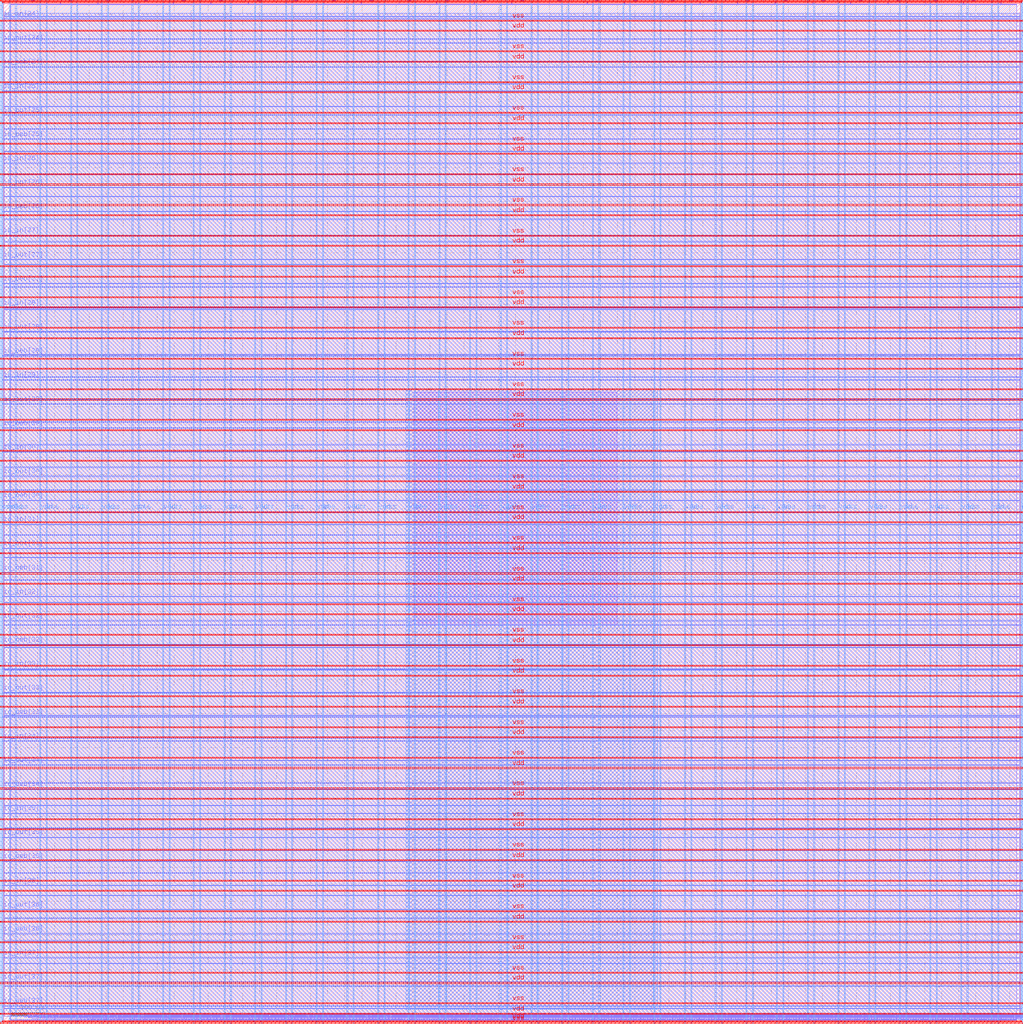
<source format=lef>
VERSION 5.7 ;
  NOWIREEXTENSIONATPIN ON ;
  DIVIDERCHAR "/" ;
  BUSBITCHARS "[]" ;
MACRO user_project_wrapper
  CLASS BLOCK ;
  FOREIGN user_project_wrapper ;
  ORIGIN 0.000 0.000 ;
  SIZE 2980.200 BY 2980.200 ;
  PIN io_in[0]
    DIRECTION INPUT ;
    USE SIGNAL ;
    PORT
      LAYER Metal3 ;
        RECT 2977.800 35.560 2985.000 36.680 ;
    END
  END io_in[0]
  PIN io_in[10]
    DIRECTION INPUT ;
    USE SIGNAL ;
    PORT
      LAYER Metal3 ;
        RECT 2977.800 2017.960 2985.000 2019.080 ;
    END
  END io_in[10]
  PIN io_in[11]
    DIRECTION INPUT ;
    USE SIGNAL ;
    PORT
      LAYER Metal3 ;
        RECT 2977.800 2216.200 2985.000 2217.320 ;
    END
  END io_in[11]
  PIN io_in[12]
    DIRECTION INPUT ;
    USE SIGNAL ;
    PORT
      LAYER Metal3 ;
        RECT 2977.800 2414.440 2985.000 2415.560 ;
    END
  END io_in[12]
  PIN io_in[13]
    DIRECTION INPUT ;
    USE SIGNAL ;
    PORT
      LAYER Metal3 ;
        RECT 2977.800 2612.680 2985.000 2613.800 ;
    END
  END io_in[13]
  PIN io_in[14]
    DIRECTION INPUT ;
    USE SIGNAL ;
    PORT
      LAYER Metal3 ;
        RECT 2977.800 2810.920 2985.000 2812.040 ;
    END
  END io_in[14]
  PIN io_in[15]
    DIRECTION INPUT ;
    USE SIGNAL ;
    PORT
      LAYER Metal2 ;
        RECT 2923.480 2977.800 2924.600 2985.000 ;
    END
  END io_in[15]
  PIN io_in[16]
    DIRECTION INPUT ;
    USE SIGNAL ;
    PORT
      LAYER Metal2 ;
        RECT 2592.520 2977.800 2593.640 2985.000 ;
    END
  END io_in[16]
  PIN io_in[17]
    DIRECTION INPUT ;
    USE SIGNAL ;
    PORT
      LAYER Metal2 ;
        RECT 2261.560 2977.800 2262.680 2985.000 ;
    END
  END io_in[17]
  PIN io_in[18]
    DIRECTION INPUT ;
    USE SIGNAL ;
    PORT
      LAYER Metal2 ;
        RECT 1930.600 2977.800 1931.720 2985.000 ;
    END
  END io_in[18]
  PIN io_in[19]
    DIRECTION INPUT ;
    USE SIGNAL ;
    PORT
      LAYER Metal2 ;
        RECT 1599.640 2977.800 1600.760 2985.000 ;
    END
  END io_in[19]
  PIN io_in[1]
    DIRECTION INPUT ;
    USE SIGNAL ;
    PORT
      LAYER Metal3 ;
        RECT 2977.800 233.800 2985.000 234.920 ;
    END
  END io_in[1]
  PIN io_in[20]
    DIRECTION INPUT ;
    USE SIGNAL ;
    PORT
      LAYER Metal2 ;
        RECT 1268.680 2977.800 1269.800 2985.000 ;
    END
  END io_in[20]
  PIN io_in[21]
    DIRECTION INPUT ;
    USE SIGNAL ;
    PORT
      LAYER Metal2 ;
        RECT 937.720 2977.800 938.840 2985.000 ;
    END
  END io_in[21]
  PIN io_in[22]
    DIRECTION INPUT ;
    USE SIGNAL ;
    PORT
      LAYER Metal2 ;
        RECT 606.760 2977.800 607.880 2985.000 ;
    END
  END io_in[22]
  PIN io_in[23]
    DIRECTION INPUT ;
    USE SIGNAL ;
    PORT
      LAYER Metal2 ;
        RECT 275.800 2977.800 276.920 2985.000 ;
    END
  END io_in[23]
  PIN io_in[24]
    DIRECTION INPUT ;
    USE SIGNAL ;
    PORT
      LAYER Metal3 ;
        RECT -4.800 2935.800 2.400 2936.920 ;
    END
  END io_in[24]
  PIN io_in[25]
    DIRECTION INPUT ;
    USE SIGNAL ;
    PORT
      LAYER Metal3 ;
        RECT -4.800 2724.120 2.400 2725.240 ;
    END
  END io_in[25]
  PIN io_in[26]
    DIRECTION INPUT ;
    USE SIGNAL ;
    PORT
      LAYER Metal3 ;
        RECT -4.800 2512.440 2.400 2513.560 ;
    END
  END io_in[26]
  PIN io_in[27]
    DIRECTION INPUT ;
    USE SIGNAL ;
    PORT
      LAYER Metal3 ;
        RECT -4.800 2300.760 2.400 2301.880 ;
    END
  END io_in[27]
  PIN io_in[28]
    DIRECTION INPUT ;
    USE SIGNAL ;
    PORT
      LAYER Metal3 ;
        RECT -4.800 2089.080 2.400 2090.200 ;
    END
  END io_in[28]
  PIN io_in[29]
    DIRECTION INPUT ;
    USE SIGNAL ;
    PORT
      LAYER Metal3 ;
        RECT -4.800 1877.400 2.400 1878.520 ;
    END
  END io_in[29]
  PIN io_in[2]
    DIRECTION INPUT ;
    USE SIGNAL ;
    PORT
      LAYER Metal3 ;
        RECT 2977.800 432.040 2985.000 433.160 ;
    END
  END io_in[2]
  PIN io_in[30]
    DIRECTION INPUT ;
    USE SIGNAL ;
    PORT
      LAYER Metal3 ;
        RECT -4.800 1665.720 2.400 1666.840 ;
    END
  END io_in[30]
  PIN io_in[31]
    DIRECTION INPUT ;
    USE SIGNAL ;
    PORT
      LAYER Metal3 ;
        RECT -4.800 1454.040 2.400 1455.160 ;
    END
  END io_in[31]
  PIN io_in[32]
    DIRECTION INPUT ;
    USE SIGNAL ;
    PORT
      LAYER Metal3 ;
        RECT -4.800 1242.360 2.400 1243.480 ;
    END
  END io_in[32]
  PIN io_in[33]
    DIRECTION INPUT ;
    USE SIGNAL ;
    PORT
      LAYER Metal3 ;
        RECT -4.800 1030.680 2.400 1031.800 ;
    END
  END io_in[33]
  PIN io_in[34]
    DIRECTION INPUT ;
    USE SIGNAL ;
    PORT
      LAYER Metal3 ;
        RECT -4.800 819.000 2.400 820.120 ;
    END
  END io_in[34]
  PIN io_in[35]
    DIRECTION INPUT ;
    USE SIGNAL ;
    PORT
      LAYER Metal3 ;
        RECT -4.800 607.320 2.400 608.440 ;
    END
  END io_in[35]
  PIN io_in[36]
    DIRECTION INPUT ;
    USE SIGNAL ;
    PORT
      LAYER Metal3 ;
        RECT -4.800 395.640 2.400 396.760 ;
    END
  END io_in[36]
  PIN io_in[37]
    DIRECTION INPUT ;
    USE SIGNAL ;
    PORT
      LAYER Metal3 ;
        RECT -4.800 183.960 2.400 185.080 ;
    END
  END io_in[37]
  PIN io_in[3]
    DIRECTION INPUT ;
    USE SIGNAL ;
    PORT
      LAYER Metal3 ;
        RECT 2977.800 630.280 2985.000 631.400 ;
    END
  END io_in[3]
  PIN io_in[4]
    DIRECTION INPUT ;
    USE SIGNAL ;
    PORT
      LAYER Metal3 ;
        RECT 2977.800 828.520 2985.000 829.640 ;
    END
  END io_in[4]
  PIN io_in[5]
    DIRECTION INPUT ;
    USE SIGNAL ;
    PORT
      LAYER Metal3 ;
        RECT 2977.800 1026.760 2985.000 1027.880 ;
    END
  END io_in[5]
  PIN io_in[6]
    DIRECTION INPUT ;
    USE SIGNAL ;
    PORT
      LAYER Metal3 ;
        RECT 2977.800 1225.000 2985.000 1226.120 ;
    END
  END io_in[6]
  PIN io_in[7]
    DIRECTION INPUT ;
    USE SIGNAL ;
    PORT
      LAYER Metal3 ;
        RECT 2977.800 1423.240 2985.000 1424.360 ;
    END
  END io_in[7]
  PIN io_in[8]
    DIRECTION INPUT ;
    USE SIGNAL ;
    PORT
      LAYER Metal3 ;
        RECT 2977.800 1621.480 2985.000 1622.600 ;
    END
  END io_in[8]
  PIN io_in[9]
    DIRECTION INPUT ;
    USE SIGNAL ;
    PORT
      LAYER Metal3 ;
        RECT 2977.800 1819.720 2985.000 1820.840 ;
    END
  END io_in[9]
  PIN io_oeb[0]
    DIRECTION OUTPUT TRISTATE ;
    USE SIGNAL ;
    PORT
      LAYER Metal3 ;
        RECT 2977.800 167.720 2985.000 168.840 ;
    END
  END io_oeb[0]
  PIN io_oeb[10]
    DIRECTION OUTPUT TRISTATE ;
    USE SIGNAL ;
    PORT
      LAYER Metal3 ;
        RECT 2977.800 2150.120 2985.000 2151.240 ;
    END
  END io_oeb[10]
  PIN io_oeb[11]
    DIRECTION OUTPUT TRISTATE ;
    USE SIGNAL ;
    PORT
      LAYER Metal3 ;
        RECT 2977.800 2348.360 2985.000 2349.480 ;
    END
  END io_oeb[11]
  PIN io_oeb[12]
    DIRECTION OUTPUT TRISTATE ;
    USE SIGNAL ;
    PORT
      LAYER Metal3 ;
        RECT 2977.800 2546.600 2985.000 2547.720 ;
    END
  END io_oeb[12]
  PIN io_oeb[13]
    DIRECTION OUTPUT TRISTATE ;
    USE SIGNAL ;
    PORT
      LAYER Metal3 ;
        RECT 2977.800 2744.840 2985.000 2745.960 ;
    END
  END io_oeb[13]
  PIN io_oeb[14]
    DIRECTION OUTPUT TRISTATE ;
    USE SIGNAL ;
    PORT
      LAYER Metal3 ;
        RECT 2977.800 2943.080 2985.000 2944.200 ;
    END
  END io_oeb[14]
  PIN io_oeb[15]
    DIRECTION OUTPUT TRISTATE ;
    USE SIGNAL ;
    PORT
      LAYER Metal2 ;
        RECT 2702.840 2977.800 2703.960 2985.000 ;
    END
  END io_oeb[15]
  PIN io_oeb[16]
    DIRECTION OUTPUT TRISTATE ;
    USE SIGNAL ;
    PORT
      LAYER Metal2 ;
        RECT 2371.880 2977.800 2373.000 2985.000 ;
    END
  END io_oeb[16]
  PIN io_oeb[17]
    DIRECTION OUTPUT TRISTATE ;
    USE SIGNAL ;
    PORT
      LAYER Metal2 ;
        RECT 2040.920 2977.800 2042.040 2985.000 ;
    END
  END io_oeb[17]
  PIN io_oeb[18]
    DIRECTION OUTPUT TRISTATE ;
    USE SIGNAL ;
    PORT
      LAYER Metal2 ;
        RECT 1709.960 2977.800 1711.080 2985.000 ;
    END
  END io_oeb[18]
  PIN io_oeb[19]
    DIRECTION OUTPUT TRISTATE ;
    USE SIGNAL ;
    PORT
      LAYER Metal2 ;
        RECT 1379.000 2977.800 1380.120 2985.000 ;
    END
  END io_oeb[19]
  PIN io_oeb[1]
    DIRECTION OUTPUT TRISTATE ;
    USE SIGNAL ;
    PORT
      LAYER Metal3 ;
        RECT 2977.800 365.960 2985.000 367.080 ;
    END
  END io_oeb[1]
  PIN io_oeb[20]
    DIRECTION OUTPUT TRISTATE ;
    USE SIGNAL ;
    PORT
      LAYER Metal2 ;
        RECT 1048.040 2977.800 1049.160 2985.000 ;
    END
  END io_oeb[20]
  PIN io_oeb[21]
    DIRECTION OUTPUT TRISTATE ;
    USE SIGNAL ;
    PORT
      LAYER Metal2 ;
        RECT 717.080 2977.800 718.200 2985.000 ;
    END
  END io_oeb[21]
  PIN io_oeb[22]
    DIRECTION OUTPUT TRISTATE ;
    USE SIGNAL ;
    PORT
      LAYER Metal2 ;
        RECT 386.120 2977.800 387.240 2985.000 ;
    END
  END io_oeb[22]
  PIN io_oeb[23]
    DIRECTION OUTPUT TRISTATE ;
    USE SIGNAL ;
    PORT
      LAYER Metal2 ;
        RECT 55.160 2977.800 56.280 2985.000 ;
    END
  END io_oeb[23]
  PIN io_oeb[24]
    DIRECTION OUTPUT TRISTATE ;
    USE SIGNAL ;
    PORT
      LAYER Metal3 ;
        RECT -4.800 2794.680 2.400 2795.800 ;
    END
  END io_oeb[24]
  PIN io_oeb[25]
    DIRECTION OUTPUT TRISTATE ;
    USE SIGNAL ;
    PORT
      LAYER Metal3 ;
        RECT -4.800 2583.000 2.400 2584.120 ;
    END
  END io_oeb[25]
  PIN io_oeb[26]
    DIRECTION OUTPUT TRISTATE ;
    USE SIGNAL ;
    PORT
      LAYER Metal3 ;
        RECT -4.800 2371.320 2.400 2372.440 ;
    END
  END io_oeb[26]
  PIN io_oeb[27]
    DIRECTION OUTPUT TRISTATE ;
    USE SIGNAL ;
    PORT
      LAYER Metal3 ;
        RECT -4.800 2159.640 2.400 2160.760 ;
    END
  END io_oeb[27]
  PIN io_oeb[28]
    DIRECTION OUTPUT TRISTATE ;
    USE SIGNAL ;
    PORT
      LAYER Metal3 ;
        RECT -4.800 1947.960 2.400 1949.080 ;
    END
  END io_oeb[28]
  PIN io_oeb[29]
    DIRECTION OUTPUT TRISTATE ;
    USE SIGNAL ;
    PORT
      LAYER Metal3 ;
        RECT -4.800 1736.280 2.400 1737.400 ;
    END
  END io_oeb[29]
  PIN io_oeb[2]
    DIRECTION OUTPUT TRISTATE ;
    USE SIGNAL ;
    PORT
      LAYER Metal3 ;
        RECT 2977.800 564.200 2985.000 565.320 ;
    END
  END io_oeb[2]
  PIN io_oeb[30]
    DIRECTION OUTPUT TRISTATE ;
    USE SIGNAL ;
    PORT
      LAYER Metal3 ;
        RECT -4.800 1524.600 2.400 1525.720 ;
    END
  END io_oeb[30]
  PIN io_oeb[31]
    DIRECTION OUTPUT TRISTATE ;
    USE SIGNAL ;
    PORT
      LAYER Metal3 ;
        RECT -4.800 1312.920 2.400 1314.040 ;
    END
  END io_oeb[31]
  PIN io_oeb[32]
    DIRECTION OUTPUT TRISTATE ;
    USE SIGNAL ;
    PORT
      LAYER Metal3 ;
        RECT -4.800 1101.240 2.400 1102.360 ;
    END
  END io_oeb[32]
  PIN io_oeb[33]
    DIRECTION OUTPUT TRISTATE ;
    USE SIGNAL ;
    PORT
      LAYER Metal3 ;
        RECT -4.800 889.560 2.400 890.680 ;
    END
  END io_oeb[33]
  PIN io_oeb[34]
    DIRECTION OUTPUT TRISTATE ;
    USE SIGNAL ;
    PORT
      LAYER Metal3 ;
        RECT -4.800 677.880 2.400 679.000 ;
    END
  END io_oeb[34]
  PIN io_oeb[35]
    DIRECTION OUTPUT TRISTATE ;
    USE SIGNAL ;
    PORT
      LAYER Metal3 ;
        RECT -4.800 466.200 2.400 467.320 ;
    END
  END io_oeb[35]
  PIN io_oeb[36]
    DIRECTION OUTPUT TRISTATE ;
    USE SIGNAL ;
    PORT
      LAYER Metal3 ;
        RECT -4.800 254.520 2.400 255.640 ;
    END
  END io_oeb[36]
  PIN io_oeb[37]
    DIRECTION OUTPUT TRISTATE ;
    USE SIGNAL ;
    PORT
      LAYER Metal3 ;
        RECT -4.800 42.840 2.400 43.960 ;
    END
  END io_oeb[37]
  PIN io_oeb[3]
    DIRECTION OUTPUT TRISTATE ;
    USE SIGNAL ;
    PORT
      LAYER Metal3 ;
        RECT 2977.800 762.440 2985.000 763.560 ;
    END
  END io_oeb[3]
  PIN io_oeb[4]
    DIRECTION OUTPUT TRISTATE ;
    USE SIGNAL ;
    PORT
      LAYER Metal3 ;
        RECT 2977.800 960.680 2985.000 961.800 ;
    END
  END io_oeb[4]
  PIN io_oeb[5]
    DIRECTION OUTPUT TRISTATE ;
    USE SIGNAL ;
    PORT
      LAYER Metal3 ;
        RECT 2977.800 1158.920 2985.000 1160.040 ;
    END
  END io_oeb[5]
  PIN io_oeb[6]
    DIRECTION OUTPUT TRISTATE ;
    USE SIGNAL ;
    PORT
      LAYER Metal3 ;
        RECT 2977.800 1357.160 2985.000 1358.280 ;
    END
  END io_oeb[6]
  PIN io_oeb[7]
    DIRECTION OUTPUT TRISTATE ;
    USE SIGNAL ;
    PORT
      LAYER Metal3 ;
        RECT 2977.800 1555.400 2985.000 1556.520 ;
    END
  END io_oeb[7]
  PIN io_oeb[8]
    DIRECTION OUTPUT TRISTATE ;
    USE SIGNAL ;
    PORT
      LAYER Metal3 ;
        RECT 2977.800 1753.640 2985.000 1754.760 ;
    END
  END io_oeb[8]
  PIN io_oeb[9]
    DIRECTION OUTPUT TRISTATE ;
    USE SIGNAL ;
    PORT
      LAYER Metal3 ;
        RECT 2977.800 1951.880 2985.000 1953.000 ;
    END
  END io_oeb[9]
  PIN io_out[0]
    DIRECTION OUTPUT TRISTATE ;
    USE SIGNAL ;
    PORT
      LAYER Metal3 ;
        RECT 2977.800 101.640 2985.000 102.760 ;
    END
  END io_out[0]
  PIN io_out[10]
    DIRECTION OUTPUT TRISTATE ;
    USE SIGNAL ;
    PORT
      LAYER Metal3 ;
        RECT 2977.800 2084.040 2985.000 2085.160 ;
    END
  END io_out[10]
  PIN io_out[11]
    DIRECTION OUTPUT TRISTATE ;
    USE SIGNAL ;
    PORT
      LAYER Metal3 ;
        RECT 2977.800 2282.280 2985.000 2283.400 ;
    END
  END io_out[11]
  PIN io_out[12]
    DIRECTION OUTPUT TRISTATE ;
    USE SIGNAL ;
    PORT
      LAYER Metal3 ;
        RECT 2977.800 2480.520 2985.000 2481.640 ;
    END
  END io_out[12]
  PIN io_out[13]
    DIRECTION OUTPUT TRISTATE ;
    USE SIGNAL ;
    PORT
      LAYER Metal3 ;
        RECT 2977.800 2678.760 2985.000 2679.880 ;
    END
  END io_out[13]
  PIN io_out[14]
    DIRECTION OUTPUT TRISTATE ;
    USE SIGNAL ;
    PORT
      LAYER Metal3 ;
        RECT 2977.800 2877.000 2985.000 2878.120 ;
    END
  END io_out[14]
  PIN io_out[15]
    DIRECTION OUTPUT TRISTATE ;
    USE SIGNAL ;
    PORT
      LAYER Metal2 ;
        RECT 2813.160 2977.800 2814.280 2985.000 ;
    END
  END io_out[15]
  PIN io_out[16]
    DIRECTION OUTPUT TRISTATE ;
    USE SIGNAL ;
    PORT
      LAYER Metal2 ;
        RECT 2482.200 2977.800 2483.320 2985.000 ;
    END
  END io_out[16]
  PIN io_out[17]
    DIRECTION OUTPUT TRISTATE ;
    USE SIGNAL ;
    PORT
      LAYER Metal2 ;
        RECT 2151.240 2977.800 2152.360 2985.000 ;
    END
  END io_out[17]
  PIN io_out[18]
    DIRECTION OUTPUT TRISTATE ;
    USE SIGNAL ;
    PORT
      LAYER Metal2 ;
        RECT 1820.280 2977.800 1821.400 2985.000 ;
    END
  END io_out[18]
  PIN io_out[19]
    DIRECTION OUTPUT TRISTATE ;
    USE SIGNAL ;
    PORT
      LAYER Metal2 ;
        RECT 1489.320 2977.800 1490.440 2985.000 ;
    END
  END io_out[19]
  PIN io_out[1]
    DIRECTION OUTPUT TRISTATE ;
    USE SIGNAL ;
    PORT
      LAYER Metal3 ;
        RECT 2977.800 299.880 2985.000 301.000 ;
    END
  END io_out[1]
  PIN io_out[20]
    DIRECTION OUTPUT TRISTATE ;
    USE SIGNAL ;
    PORT
      LAYER Metal2 ;
        RECT 1158.360 2977.800 1159.480 2985.000 ;
    END
  END io_out[20]
  PIN io_out[21]
    DIRECTION OUTPUT TRISTATE ;
    USE SIGNAL ;
    PORT
      LAYER Metal2 ;
        RECT 827.400 2977.800 828.520 2985.000 ;
    END
  END io_out[21]
  PIN io_out[22]
    DIRECTION OUTPUT TRISTATE ;
    USE SIGNAL ;
    PORT
      LAYER Metal2 ;
        RECT 496.440 2977.800 497.560 2985.000 ;
    END
  END io_out[22]
  PIN io_out[23]
    DIRECTION OUTPUT TRISTATE ;
    USE SIGNAL ;
    PORT
      LAYER Metal2 ;
        RECT 165.480 2977.800 166.600 2985.000 ;
    END
  END io_out[23]
  PIN io_out[24]
    DIRECTION OUTPUT TRISTATE ;
    USE SIGNAL ;
    PORT
      LAYER Metal3 ;
        RECT -4.800 2865.240 2.400 2866.360 ;
    END
  END io_out[24]
  PIN io_out[25]
    DIRECTION OUTPUT TRISTATE ;
    USE SIGNAL ;
    PORT
      LAYER Metal3 ;
        RECT -4.800 2653.560 2.400 2654.680 ;
    END
  END io_out[25]
  PIN io_out[26]
    DIRECTION OUTPUT TRISTATE ;
    USE SIGNAL ;
    PORT
      LAYER Metal3 ;
        RECT -4.800 2441.880 2.400 2443.000 ;
    END
  END io_out[26]
  PIN io_out[27]
    DIRECTION OUTPUT TRISTATE ;
    USE SIGNAL ;
    PORT
      LAYER Metal3 ;
        RECT -4.800 2230.200 2.400 2231.320 ;
    END
  END io_out[27]
  PIN io_out[28]
    DIRECTION OUTPUT TRISTATE ;
    USE SIGNAL ;
    PORT
      LAYER Metal3 ;
        RECT -4.800 2018.520 2.400 2019.640 ;
    END
  END io_out[28]
  PIN io_out[29]
    DIRECTION OUTPUT TRISTATE ;
    USE SIGNAL ;
    PORT
      LAYER Metal3 ;
        RECT -4.800 1806.840 2.400 1807.960 ;
    END
  END io_out[29]
  PIN io_out[2]
    DIRECTION OUTPUT TRISTATE ;
    USE SIGNAL ;
    PORT
      LAYER Metal3 ;
        RECT 2977.800 498.120 2985.000 499.240 ;
    END
  END io_out[2]
  PIN io_out[30]
    DIRECTION OUTPUT TRISTATE ;
    USE SIGNAL ;
    PORT
      LAYER Metal3 ;
        RECT -4.800 1595.160 2.400 1596.280 ;
    END
  END io_out[30]
  PIN io_out[31]
    DIRECTION OUTPUT TRISTATE ;
    USE SIGNAL ;
    PORT
      LAYER Metal3 ;
        RECT -4.800 1383.480 2.400 1384.600 ;
    END
  END io_out[31]
  PIN io_out[32]
    DIRECTION OUTPUT TRISTATE ;
    USE SIGNAL ;
    PORT
      LAYER Metal3 ;
        RECT -4.800 1171.800 2.400 1172.920 ;
    END
  END io_out[32]
  PIN io_out[33]
    DIRECTION OUTPUT TRISTATE ;
    USE SIGNAL ;
    PORT
      LAYER Metal3 ;
        RECT -4.800 960.120 2.400 961.240 ;
    END
  END io_out[33]
  PIN io_out[34]
    DIRECTION OUTPUT TRISTATE ;
    USE SIGNAL ;
    PORT
      LAYER Metal3 ;
        RECT -4.800 748.440 2.400 749.560 ;
    END
  END io_out[34]
  PIN io_out[35]
    DIRECTION OUTPUT TRISTATE ;
    USE SIGNAL ;
    PORT
      LAYER Metal3 ;
        RECT -4.800 536.760 2.400 537.880 ;
    END
  END io_out[35]
  PIN io_out[36]
    DIRECTION OUTPUT TRISTATE ;
    USE SIGNAL ;
    PORT
      LAYER Metal3 ;
        RECT -4.800 325.080 2.400 326.200 ;
    END
  END io_out[36]
  PIN io_out[37]
    DIRECTION OUTPUT TRISTATE ;
    USE SIGNAL ;
    PORT
      LAYER Metal3 ;
        RECT -4.800 113.400 2.400 114.520 ;
    END
  END io_out[37]
  PIN io_out[3]
    DIRECTION OUTPUT TRISTATE ;
    USE SIGNAL ;
    PORT
      LAYER Metal3 ;
        RECT 2977.800 696.360 2985.000 697.480 ;
    END
  END io_out[3]
  PIN io_out[4]
    DIRECTION OUTPUT TRISTATE ;
    USE SIGNAL ;
    PORT
      LAYER Metal3 ;
        RECT 2977.800 894.600 2985.000 895.720 ;
    END
  END io_out[4]
  PIN io_out[5]
    DIRECTION OUTPUT TRISTATE ;
    USE SIGNAL ;
    PORT
      LAYER Metal3 ;
        RECT 2977.800 1092.840 2985.000 1093.960 ;
    END
  END io_out[5]
  PIN io_out[6]
    DIRECTION OUTPUT TRISTATE ;
    USE SIGNAL ;
    PORT
      LAYER Metal3 ;
        RECT 2977.800 1291.080 2985.000 1292.200 ;
    END
  END io_out[6]
  PIN io_out[7]
    DIRECTION OUTPUT TRISTATE ;
    USE SIGNAL ;
    PORT
      LAYER Metal3 ;
        RECT 2977.800 1489.320 2985.000 1490.440 ;
    END
  END io_out[7]
  PIN io_out[8]
    DIRECTION OUTPUT TRISTATE ;
    USE SIGNAL ;
    PORT
      LAYER Metal3 ;
        RECT 2977.800 1687.560 2985.000 1688.680 ;
    END
  END io_out[8]
  PIN io_out[9]
    DIRECTION OUTPUT TRISTATE ;
    USE SIGNAL ;
    PORT
      LAYER Metal3 ;
        RECT 2977.800 1885.800 2985.000 1886.920 ;
    END
  END io_out[9]
  PIN la_data_in[0]
    DIRECTION INPUT ;
    USE SIGNAL ;
    PORT
      LAYER Metal2 ;
        RECT 1065.960 -4.800 1067.080 2.400 ;
    END
  END la_data_in[0]
  PIN la_data_in[10]
    DIRECTION INPUT ;
    USE SIGNAL ;
    PORT
      LAYER Metal2 ;
        RECT 1351.560 -4.800 1352.680 2.400 ;
    END
  END la_data_in[10]
  PIN la_data_in[11]
    DIRECTION INPUT ;
    USE SIGNAL ;
    PORT
      LAYER Metal2 ;
        RECT 1380.120 -4.800 1381.240 2.400 ;
    END
  END la_data_in[11]
  PIN la_data_in[12]
    DIRECTION INPUT ;
    USE SIGNAL ;
    PORT
      LAYER Metal2 ;
        RECT 1408.680 -4.800 1409.800 2.400 ;
    END
  END la_data_in[12]
  PIN la_data_in[13]
    DIRECTION INPUT ;
    USE SIGNAL ;
    PORT
      LAYER Metal2 ;
        RECT 1437.240 -4.800 1438.360 2.400 ;
    END
  END la_data_in[13]
  PIN la_data_in[14]
    DIRECTION INPUT ;
    USE SIGNAL ;
    PORT
      LAYER Metal2 ;
        RECT 1465.800 -4.800 1466.920 2.400 ;
    END
  END la_data_in[14]
  PIN la_data_in[15]
    DIRECTION INPUT ;
    USE SIGNAL ;
    PORT
      LAYER Metal2 ;
        RECT 1494.360 -4.800 1495.480 2.400 ;
    END
  END la_data_in[15]
  PIN la_data_in[16]
    DIRECTION INPUT ;
    USE SIGNAL ;
    PORT
      LAYER Metal2 ;
        RECT 1522.920 -4.800 1524.040 2.400 ;
    END
  END la_data_in[16]
  PIN la_data_in[17]
    DIRECTION INPUT ;
    USE SIGNAL ;
    PORT
      LAYER Metal2 ;
        RECT 1551.480 -4.800 1552.600 2.400 ;
    END
  END la_data_in[17]
  PIN la_data_in[18]
    DIRECTION INPUT ;
    USE SIGNAL ;
    PORT
      LAYER Metal2 ;
        RECT 1580.040 -4.800 1581.160 2.400 ;
    END
  END la_data_in[18]
  PIN la_data_in[19]
    DIRECTION INPUT ;
    USE SIGNAL ;
    PORT
      LAYER Metal2 ;
        RECT 1608.600 -4.800 1609.720 2.400 ;
    END
  END la_data_in[19]
  PIN la_data_in[1]
    DIRECTION INPUT ;
    USE SIGNAL ;
    PORT
      LAYER Metal2 ;
        RECT 1094.520 -4.800 1095.640 2.400 ;
    END
  END la_data_in[1]
  PIN la_data_in[20]
    DIRECTION INPUT ;
    USE SIGNAL ;
    PORT
      LAYER Metal2 ;
        RECT 1637.160 -4.800 1638.280 2.400 ;
    END
  END la_data_in[20]
  PIN la_data_in[21]
    DIRECTION INPUT ;
    USE SIGNAL ;
    PORT
      LAYER Metal2 ;
        RECT 1665.720 -4.800 1666.840 2.400 ;
    END
  END la_data_in[21]
  PIN la_data_in[22]
    DIRECTION INPUT ;
    USE SIGNAL ;
    PORT
      LAYER Metal2 ;
        RECT 1694.280 -4.800 1695.400 2.400 ;
    END
  END la_data_in[22]
  PIN la_data_in[23]
    DIRECTION INPUT ;
    USE SIGNAL ;
    PORT
      LAYER Metal2 ;
        RECT 1722.840 -4.800 1723.960 2.400 ;
    END
  END la_data_in[23]
  PIN la_data_in[24]
    DIRECTION INPUT ;
    USE SIGNAL ;
    PORT
      LAYER Metal2 ;
        RECT 1751.400 -4.800 1752.520 2.400 ;
    END
  END la_data_in[24]
  PIN la_data_in[25]
    DIRECTION INPUT ;
    USE SIGNAL ;
    PORT
      LAYER Metal2 ;
        RECT 1779.960 -4.800 1781.080 2.400 ;
    END
  END la_data_in[25]
  PIN la_data_in[26]
    DIRECTION INPUT ;
    USE SIGNAL ;
    PORT
      LAYER Metal2 ;
        RECT 1808.520 -4.800 1809.640 2.400 ;
    END
  END la_data_in[26]
  PIN la_data_in[27]
    DIRECTION INPUT ;
    USE SIGNAL ;
    PORT
      LAYER Metal2 ;
        RECT 1837.080 -4.800 1838.200 2.400 ;
    END
  END la_data_in[27]
  PIN la_data_in[28]
    DIRECTION INPUT ;
    USE SIGNAL ;
    PORT
      LAYER Metal2 ;
        RECT 1865.640 -4.800 1866.760 2.400 ;
    END
  END la_data_in[28]
  PIN la_data_in[29]
    DIRECTION INPUT ;
    USE SIGNAL ;
    PORT
      LAYER Metal2 ;
        RECT 1894.200 -4.800 1895.320 2.400 ;
    END
  END la_data_in[29]
  PIN la_data_in[2]
    DIRECTION INPUT ;
    USE SIGNAL ;
    PORT
      LAYER Metal2 ;
        RECT 1123.080 -4.800 1124.200 2.400 ;
    END
  END la_data_in[2]
  PIN la_data_in[30]
    DIRECTION INPUT ;
    USE SIGNAL ;
    PORT
      LAYER Metal2 ;
        RECT 1922.760 -4.800 1923.880 2.400 ;
    END
  END la_data_in[30]
  PIN la_data_in[31]
    DIRECTION INPUT ;
    USE SIGNAL ;
    PORT
      LAYER Metal2 ;
        RECT 1951.320 -4.800 1952.440 2.400 ;
    END
  END la_data_in[31]
  PIN la_data_in[32]
    DIRECTION INPUT ;
    USE SIGNAL ;
    PORT
      LAYER Metal2 ;
        RECT 1979.880 -4.800 1981.000 2.400 ;
    END
  END la_data_in[32]
  PIN la_data_in[33]
    DIRECTION INPUT ;
    USE SIGNAL ;
    PORT
      LAYER Metal2 ;
        RECT 2008.440 -4.800 2009.560 2.400 ;
    END
  END la_data_in[33]
  PIN la_data_in[34]
    DIRECTION INPUT ;
    USE SIGNAL ;
    PORT
      LAYER Metal2 ;
        RECT 2037.000 -4.800 2038.120 2.400 ;
    END
  END la_data_in[34]
  PIN la_data_in[35]
    DIRECTION INPUT ;
    USE SIGNAL ;
    PORT
      LAYER Metal2 ;
        RECT 2065.560 -4.800 2066.680 2.400 ;
    END
  END la_data_in[35]
  PIN la_data_in[36]
    DIRECTION INPUT ;
    USE SIGNAL ;
    PORT
      LAYER Metal2 ;
        RECT 2094.120 -4.800 2095.240 2.400 ;
    END
  END la_data_in[36]
  PIN la_data_in[37]
    DIRECTION INPUT ;
    USE SIGNAL ;
    PORT
      LAYER Metal2 ;
        RECT 2122.680 -4.800 2123.800 2.400 ;
    END
  END la_data_in[37]
  PIN la_data_in[38]
    DIRECTION INPUT ;
    USE SIGNAL ;
    PORT
      LAYER Metal2 ;
        RECT 2151.240 -4.800 2152.360 2.400 ;
    END
  END la_data_in[38]
  PIN la_data_in[39]
    DIRECTION INPUT ;
    USE SIGNAL ;
    PORT
      LAYER Metal2 ;
        RECT 2179.800 -4.800 2180.920 2.400 ;
    END
  END la_data_in[39]
  PIN la_data_in[3]
    DIRECTION INPUT ;
    USE SIGNAL ;
    PORT
      LAYER Metal2 ;
        RECT 1151.640 -4.800 1152.760 2.400 ;
    END
  END la_data_in[3]
  PIN la_data_in[40]
    DIRECTION INPUT ;
    USE SIGNAL ;
    PORT
      LAYER Metal2 ;
        RECT 2208.360 -4.800 2209.480 2.400 ;
    END
  END la_data_in[40]
  PIN la_data_in[41]
    DIRECTION INPUT ;
    USE SIGNAL ;
    PORT
      LAYER Metal2 ;
        RECT 2236.920 -4.800 2238.040 2.400 ;
    END
  END la_data_in[41]
  PIN la_data_in[42]
    DIRECTION INPUT ;
    USE SIGNAL ;
    PORT
      LAYER Metal2 ;
        RECT 2265.480 -4.800 2266.600 2.400 ;
    END
  END la_data_in[42]
  PIN la_data_in[43]
    DIRECTION INPUT ;
    USE SIGNAL ;
    PORT
      LAYER Metal2 ;
        RECT 2294.040 -4.800 2295.160 2.400 ;
    END
  END la_data_in[43]
  PIN la_data_in[44]
    DIRECTION INPUT ;
    USE SIGNAL ;
    PORT
      LAYER Metal2 ;
        RECT 2322.600 -4.800 2323.720 2.400 ;
    END
  END la_data_in[44]
  PIN la_data_in[45]
    DIRECTION INPUT ;
    USE SIGNAL ;
    PORT
      LAYER Metal2 ;
        RECT 2351.160 -4.800 2352.280 2.400 ;
    END
  END la_data_in[45]
  PIN la_data_in[46]
    DIRECTION INPUT ;
    USE SIGNAL ;
    PORT
      LAYER Metal2 ;
        RECT 2379.720 -4.800 2380.840 2.400 ;
    END
  END la_data_in[46]
  PIN la_data_in[47]
    DIRECTION INPUT ;
    USE SIGNAL ;
    PORT
      LAYER Metal2 ;
        RECT 2408.280 -4.800 2409.400 2.400 ;
    END
  END la_data_in[47]
  PIN la_data_in[48]
    DIRECTION INPUT ;
    USE SIGNAL ;
    PORT
      LAYER Metal2 ;
        RECT 2436.840 -4.800 2437.960 2.400 ;
    END
  END la_data_in[48]
  PIN la_data_in[49]
    DIRECTION INPUT ;
    USE SIGNAL ;
    PORT
      LAYER Metal2 ;
        RECT 2465.400 -4.800 2466.520 2.400 ;
    END
  END la_data_in[49]
  PIN la_data_in[4]
    DIRECTION INPUT ;
    USE SIGNAL ;
    PORT
      LAYER Metal2 ;
        RECT 1180.200 -4.800 1181.320 2.400 ;
    END
  END la_data_in[4]
  PIN la_data_in[50]
    DIRECTION INPUT ;
    USE SIGNAL ;
    PORT
      LAYER Metal2 ;
        RECT 2493.960 -4.800 2495.080 2.400 ;
    END
  END la_data_in[50]
  PIN la_data_in[51]
    DIRECTION INPUT ;
    USE SIGNAL ;
    PORT
      LAYER Metal2 ;
        RECT 2522.520 -4.800 2523.640 2.400 ;
    END
  END la_data_in[51]
  PIN la_data_in[52]
    DIRECTION INPUT ;
    USE SIGNAL ;
    PORT
      LAYER Metal2 ;
        RECT 2551.080 -4.800 2552.200 2.400 ;
    END
  END la_data_in[52]
  PIN la_data_in[53]
    DIRECTION INPUT ;
    USE SIGNAL ;
    PORT
      LAYER Metal2 ;
        RECT 2579.640 -4.800 2580.760 2.400 ;
    END
  END la_data_in[53]
  PIN la_data_in[54]
    DIRECTION INPUT ;
    USE SIGNAL ;
    PORT
      LAYER Metal2 ;
        RECT 2608.200 -4.800 2609.320 2.400 ;
    END
  END la_data_in[54]
  PIN la_data_in[55]
    DIRECTION INPUT ;
    USE SIGNAL ;
    PORT
      LAYER Metal2 ;
        RECT 2636.760 -4.800 2637.880 2.400 ;
    END
  END la_data_in[55]
  PIN la_data_in[56]
    DIRECTION INPUT ;
    USE SIGNAL ;
    PORT
      LAYER Metal2 ;
        RECT 2665.320 -4.800 2666.440 2.400 ;
    END
  END la_data_in[56]
  PIN la_data_in[57]
    DIRECTION INPUT ;
    USE SIGNAL ;
    PORT
      LAYER Metal2 ;
        RECT 2693.880 -4.800 2695.000 2.400 ;
    END
  END la_data_in[57]
  PIN la_data_in[58]
    DIRECTION INPUT ;
    USE SIGNAL ;
    PORT
      LAYER Metal2 ;
        RECT 2722.440 -4.800 2723.560 2.400 ;
    END
  END la_data_in[58]
  PIN la_data_in[59]
    DIRECTION INPUT ;
    USE SIGNAL ;
    PORT
      LAYER Metal2 ;
        RECT 2751.000 -4.800 2752.120 2.400 ;
    END
  END la_data_in[59]
  PIN la_data_in[5]
    DIRECTION INPUT ;
    USE SIGNAL ;
    PORT
      LAYER Metal2 ;
        RECT 1208.760 -4.800 1209.880 2.400 ;
    END
  END la_data_in[5]
  PIN la_data_in[60]
    DIRECTION INPUT ;
    USE SIGNAL ;
    PORT
      LAYER Metal2 ;
        RECT 2779.560 -4.800 2780.680 2.400 ;
    END
  END la_data_in[60]
  PIN la_data_in[61]
    DIRECTION INPUT ;
    USE SIGNAL ;
    PORT
      LAYER Metal2 ;
        RECT 2808.120 -4.800 2809.240 2.400 ;
    END
  END la_data_in[61]
  PIN la_data_in[62]
    DIRECTION INPUT ;
    USE SIGNAL ;
    PORT
      LAYER Metal2 ;
        RECT 2836.680 -4.800 2837.800 2.400 ;
    END
  END la_data_in[62]
  PIN la_data_in[63]
    DIRECTION INPUT ;
    USE SIGNAL ;
    PORT
      LAYER Metal2 ;
        RECT 2865.240 -4.800 2866.360 2.400 ;
    END
  END la_data_in[63]
  PIN la_data_in[6]
    DIRECTION INPUT ;
    USE SIGNAL ;
    PORT
      LAYER Metal2 ;
        RECT 1237.320 -4.800 1238.440 2.400 ;
    END
  END la_data_in[6]
  PIN la_data_in[7]
    DIRECTION INPUT ;
    USE SIGNAL ;
    PORT
      LAYER Metal2 ;
        RECT 1265.880 -4.800 1267.000 2.400 ;
    END
  END la_data_in[7]
  PIN la_data_in[8]
    DIRECTION INPUT ;
    USE SIGNAL ;
    PORT
      LAYER Metal2 ;
        RECT 1294.440 -4.800 1295.560 2.400 ;
    END
  END la_data_in[8]
  PIN la_data_in[9]
    DIRECTION INPUT ;
    USE SIGNAL ;
    PORT
      LAYER Metal2 ;
        RECT 1323.000 -4.800 1324.120 2.400 ;
    END
  END la_data_in[9]
  PIN la_data_out[0]
    DIRECTION OUTPUT TRISTATE ;
    USE SIGNAL ;
    PORT
      LAYER Metal2 ;
        RECT 1075.480 -4.800 1076.600 2.400 ;
    END
  END la_data_out[0]
  PIN la_data_out[10]
    DIRECTION OUTPUT TRISTATE ;
    USE SIGNAL ;
    PORT
      LAYER Metal2 ;
        RECT 1361.080 -4.800 1362.200 2.400 ;
    END
  END la_data_out[10]
  PIN la_data_out[11]
    DIRECTION OUTPUT TRISTATE ;
    USE SIGNAL ;
    PORT
      LAYER Metal2 ;
        RECT 1389.640 -4.800 1390.760 2.400 ;
    END
  END la_data_out[11]
  PIN la_data_out[12]
    DIRECTION OUTPUT TRISTATE ;
    USE SIGNAL ;
    PORT
      LAYER Metal2 ;
        RECT 1418.200 -4.800 1419.320 2.400 ;
    END
  END la_data_out[12]
  PIN la_data_out[13]
    DIRECTION OUTPUT TRISTATE ;
    USE SIGNAL ;
    PORT
      LAYER Metal2 ;
        RECT 1446.760 -4.800 1447.880 2.400 ;
    END
  END la_data_out[13]
  PIN la_data_out[14]
    DIRECTION OUTPUT TRISTATE ;
    USE SIGNAL ;
    PORT
      LAYER Metal2 ;
        RECT 1475.320 -4.800 1476.440 2.400 ;
    END
  END la_data_out[14]
  PIN la_data_out[15]
    DIRECTION OUTPUT TRISTATE ;
    USE SIGNAL ;
    PORT
      LAYER Metal2 ;
        RECT 1503.880 -4.800 1505.000 2.400 ;
    END
  END la_data_out[15]
  PIN la_data_out[16]
    DIRECTION OUTPUT TRISTATE ;
    USE SIGNAL ;
    PORT
      LAYER Metal2 ;
        RECT 1532.440 -4.800 1533.560 2.400 ;
    END
  END la_data_out[16]
  PIN la_data_out[17]
    DIRECTION OUTPUT TRISTATE ;
    USE SIGNAL ;
    PORT
      LAYER Metal2 ;
        RECT 1561.000 -4.800 1562.120 2.400 ;
    END
  END la_data_out[17]
  PIN la_data_out[18]
    DIRECTION OUTPUT TRISTATE ;
    USE SIGNAL ;
    PORT
      LAYER Metal2 ;
        RECT 1589.560 -4.800 1590.680 2.400 ;
    END
  END la_data_out[18]
  PIN la_data_out[19]
    DIRECTION OUTPUT TRISTATE ;
    USE SIGNAL ;
    PORT
      LAYER Metal2 ;
        RECT 1618.120 -4.800 1619.240 2.400 ;
    END
  END la_data_out[19]
  PIN la_data_out[1]
    DIRECTION OUTPUT TRISTATE ;
    USE SIGNAL ;
    PORT
      LAYER Metal2 ;
        RECT 1104.040 -4.800 1105.160 2.400 ;
    END
  END la_data_out[1]
  PIN la_data_out[20]
    DIRECTION OUTPUT TRISTATE ;
    USE SIGNAL ;
    PORT
      LAYER Metal2 ;
        RECT 1646.680 -4.800 1647.800 2.400 ;
    END
  END la_data_out[20]
  PIN la_data_out[21]
    DIRECTION OUTPUT TRISTATE ;
    USE SIGNAL ;
    PORT
      LAYER Metal2 ;
        RECT 1675.240 -4.800 1676.360 2.400 ;
    END
  END la_data_out[21]
  PIN la_data_out[22]
    DIRECTION OUTPUT TRISTATE ;
    USE SIGNAL ;
    PORT
      LAYER Metal2 ;
        RECT 1703.800 -4.800 1704.920 2.400 ;
    END
  END la_data_out[22]
  PIN la_data_out[23]
    DIRECTION OUTPUT TRISTATE ;
    USE SIGNAL ;
    PORT
      LAYER Metal2 ;
        RECT 1732.360 -4.800 1733.480 2.400 ;
    END
  END la_data_out[23]
  PIN la_data_out[24]
    DIRECTION OUTPUT TRISTATE ;
    USE SIGNAL ;
    PORT
      LAYER Metal2 ;
        RECT 1760.920 -4.800 1762.040 2.400 ;
    END
  END la_data_out[24]
  PIN la_data_out[25]
    DIRECTION OUTPUT TRISTATE ;
    USE SIGNAL ;
    PORT
      LAYER Metal2 ;
        RECT 1789.480 -4.800 1790.600 2.400 ;
    END
  END la_data_out[25]
  PIN la_data_out[26]
    DIRECTION OUTPUT TRISTATE ;
    USE SIGNAL ;
    PORT
      LAYER Metal2 ;
        RECT 1818.040 -4.800 1819.160 2.400 ;
    END
  END la_data_out[26]
  PIN la_data_out[27]
    DIRECTION OUTPUT TRISTATE ;
    USE SIGNAL ;
    PORT
      LAYER Metal2 ;
        RECT 1846.600 -4.800 1847.720 2.400 ;
    END
  END la_data_out[27]
  PIN la_data_out[28]
    DIRECTION OUTPUT TRISTATE ;
    USE SIGNAL ;
    PORT
      LAYER Metal2 ;
        RECT 1875.160 -4.800 1876.280 2.400 ;
    END
  END la_data_out[28]
  PIN la_data_out[29]
    DIRECTION OUTPUT TRISTATE ;
    USE SIGNAL ;
    PORT
      LAYER Metal2 ;
        RECT 1903.720 -4.800 1904.840 2.400 ;
    END
  END la_data_out[29]
  PIN la_data_out[2]
    DIRECTION OUTPUT TRISTATE ;
    USE SIGNAL ;
    PORT
      LAYER Metal2 ;
        RECT 1132.600 -4.800 1133.720 2.400 ;
    END
  END la_data_out[2]
  PIN la_data_out[30]
    DIRECTION OUTPUT TRISTATE ;
    USE SIGNAL ;
    PORT
      LAYER Metal2 ;
        RECT 1932.280 -4.800 1933.400 2.400 ;
    END
  END la_data_out[30]
  PIN la_data_out[31]
    DIRECTION OUTPUT TRISTATE ;
    USE SIGNAL ;
    PORT
      LAYER Metal2 ;
        RECT 1960.840 -4.800 1961.960 2.400 ;
    END
  END la_data_out[31]
  PIN la_data_out[32]
    DIRECTION OUTPUT TRISTATE ;
    USE SIGNAL ;
    PORT
      LAYER Metal2 ;
        RECT 1989.400 -4.800 1990.520 2.400 ;
    END
  END la_data_out[32]
  PIN la_data_out[33]
    DIRECTION OUTPUT TRISTATE ;
    USE SIGNAL ;
    PORT
      LAYER Metal2 ;
        RECT 2017.960 -4.800 2019.080 2.400 ;
    END
  END la_data_out[33]
  PIN la_data_out[34]
    DIRECTION OUTPUT TRISTATE ;
    USE SIGNAL ;
    PORT
      LAYER Metal2 ;
        RECT 2046.520 -4.800 2047.640 2.400 ;
    END
  END la_data_out[34]
  PIN la_data_out[35]
    DIRECTION OUTPUT TRISTATE ;
    USE SIGNAL ;
    PORT
      LAYER Metal2 ;
        RECT 2075.080 -4.800 2076.200 2.400 ;
    END
  END la_data_out[35]
  PIN la_data_out[36]
    DIRECTION OUTPUT TRISTATE ;
    USE SIGNAL ;
    PORT
      LAYER Metal2 ;
        RECT 2103.640 -4.800 2104.760 2.400 ;
    END
  END la_data_out[36]
  PIN la_data_out[37]
    DIRECTION OUTPUT TRISTATE ;
    USE SIGNAL ;
    PORT
      LAYER Metal2 ;
        RECT 2132.200 -4.800 2133.320 2.400 ;
    END
  END la_data_out[37]
  PIN la_data_out[38]
    DIRECTION OUTPUT TRISTATE ;
    USE SIGNAL ;
    PORT
      LAYER Metal2 ;
        RECT 2160.760 -4.800 2161.880 2.400 ;
    END
  END la_data_out[38]
  PIN la_data_out[39]
    DIRECTION OUTPUT TRISTATE ;
    USE SIGNAL ;
    PORT
      LAYER Metal2 ;
        RECT 2189.320 -4.800 2190.440 2.400 ;
    END
  END la_data_out[39]
  PIN la_data_out[3]
    DIRECTION OUTPUT TRISTATE ;
    USE SIGNAL ;
    PORT
      LAYER Metal2 ;
        RECT 1161.160 -4.800 1162.280 2.400 ;
    END
  END la_data_out[3]
  PIN la_data_out[40]
    DIRECTION OUTPUT TRISTATE ;
    USE SIGNAL ;
    PORT
      LAYER Metal2 ;
        RECT 2217.880 -4.800 2219.000 2.400 ;
    END
  END la_data_out[40]
  PIN la_data_out[41]
    DIRECTION OUTPUT TRISTATE ;
    USE SIGNAL ;
    PORT
      LAYER Metal2 ;
        RECT 2246.440 -4.800 2247.560 2.400 ;
    END
  END la_data_out[41]
  PIN la_data_out[42]
    DIRECTION OUTPUT TRISTATE ;
    USE SIGNAL ;
    PORT
      LAYER Metal2 ;
        RECT 2275.000 -4.800 2276.120 2.400 ;
    END
  END la_data_out[42]
  PIN la_data_out[43]
    DIRECTION OUTPUT TRISTATE ;
    USE SIGNAL ;
    PORT
      LAYER Metal2 ;
        RECT 2303.560 -4.800 2304.680 2.400 ;
    END
  END la_data_out[43]
  PIN la_data_out[44]
    DIRECTION OUTPUT TRISTATE ;
    USE SIGNAL ;
    PORT
      LAYER Metal2 ;
        RECT 2332.120 -4.800 2333.240 2.400 ;
    END
  END la_data_out[44]
  PIN la_data_out[45]
    DIRECTION OUTPUT TRISTATE ;
    USE SIGNAL ;
    PORT
      LAYER Metal2 ;
        RECT 2360.680 -4.800 2361.800 2.400 ;
    END
  END la_data_out[45]
  PIN la_data_out[46]
    DIRECTION OUTPUT TRISTATE ;
    USE SIGNAL ;
    PORT
      LAYER Metal2 ;
        RECT 2389.240 -4.800 2390.360 2.400 ;
    END
  END la_data_out[46]
  PIN la_data_out[47]
    DIRECTION OUTPUT TRISTATE ;
    USE SIGNAL ;
    PORT
      LAYER Metal2 ;
        RECT 2417.800 -4.800 2418.920 2.400 ;
    END
  END la_data_out[47]
  PIN la_data_out[48]
    DIRECTION OUTPUT TRISTATE ;
    USE SIGNAL ;
    PORT
      LAYER Metal2 ;
        RECT 2446.360 -4.800 2447.480 2.400 ;
    END
  END la_data_out[48]
  PIN la_data_out[49]
    DIRECTION OUTPUT TRISTATE ;
    USE SIGNAL ;
    PORT
      LAYER Metal2 ;
        RECT 2474.920 -4.800 2476.040 2.400 ;
    END
  END la_data_out[49]
  PIN la_data_out[4]
    DIRECTION OUTPUT TRISTATE ;
    USE SIGNAL ;
    PORT
      LAYER Metal2 ;
        RECT 1189.720 -4.800 1190.840 2.400 ;
    END
  END la_data_out[4]
  PIN la_data_out[50]
    DIRECTION OUTPUT TRISTATE ;
    USE SIGNAL ;
    PORT
      LAYER Metal2 ;
        RECT 2503.480 -4.800 2504.600 2.400 ;
    END
  END la_data_out[50]
  PIN la_data_out[51]
    DIRECTION OUTPUT TRISTATE ;
    USE SIGNAL ;
    PORT
      LAYER Metal2 ;
        RECT 2532.040 -4.800 2533.160 2.400 ;
    END
  END la_data_out[51]
  PIN la_data_out[52]
    DIRECTION OUTPUT TRISTATE ;
    USE SIGNAL ;
    PORT
      LAYER Metal2 ;
        RECT 2560.600 -4.800 2561.720 2.400 ;
    END
  END la_data_out[52]
  PIN la_data_out[53]
    DIRECTION OUTPUT TRISTATE ;
    USE SIGNAL ;
    PORT
      LAYER Metal2 ;
        RECT 2589.160 -4.800 2590.280 2.400 ;
    END
  END la_data_out[53]
  PIN la_data_out[54]
    DIRECTION OUTPUT TRISTATE ;
    USE SIGNAL ;
    PORT
      LAYER Metal2 ;
        RECT 2617.720 -4.800 2618.840 2.400 ;
    END
  END la_data_out[54]
  PIN la_data_out[55]
    DIRECTION OUTPUT TRISTATE ;
    USE SIGNAL ;
    PORT
      LAYER Metal2 ;
        RECT 2646.280 -4.800 2647.400 2.400 ;
    END
  END la_data_out[55]
  PIN la_data_out[56]
    DIRECTION OUTPUT TRISTATE ;
    USE SIGNAL ;
    PORT
      LAYER Metal2 ;
        RECT 2674.840 -4.800 2675.960 2.400 ;
    END
  END la_data_out[56]
  PIN la_data_out[57]
    DIRECTION OUTPUT TRISTATE ;
    USE SIGNAL ;
    PORT
      LAYER Metal2 ;
        RECT 2703.400 -4.800 2704.520 2.400 ;
    END
  END la_data_out[57]
  PIN la_data_out[58]
    DIRECTION OUTPUT TRISTATE ;
    USE SIGNAL ;
    PORT
      LAYER Metal2 ;
        RECT 2731.960 -4.800 2733.080 2.400 ;
    END
  END la_data_out[58]
  PIN la_data_out[59]
    DIRECTION OUTPUT TRISTATE ;
    USE SIGNAL ;
    PORT
      LAYER Metal2 ;
        RECT 2760.520 -4.800 2761.640 2.400 ;
    END
  END la_data_out[59]
  PIN la_data_out[5]
    DIRECTION OUTPUT TRISTATE ;
    USE SIGNAL ;
    PORT
      LAYER Metal2 ;
        RECT 1218.280 -4.800 1219.400 2.400 ;
    END
  END la_data_out[5]
  PIN la_data_out[60]
    DIRECTION OUTPUT TRISTATE ;
    USE SIGNAL ;
    PORT
      LAYER Metal2 ;
        RECT 2789.080 -4.800 2790.200 2.400 ;
    END
  END la_data_out[60]
  PIN la_data_out[61]
    DIRECTION OUTPUT TRISTATE ;
    USE SIGNAL ;
    PORT
      LAYER Metal2 ;
        RECT 2817.640 -4.800 2818.760 2.400 ;
    END
  END la_data_out[61]
  PIN la_data_out[62]
    DIRECTION OUTPUT TRISTATE ;
    USE SIGNAL ;
    PORT
      LAYER Metal2 ;
        RECT 2846.200 -4.800 2847.320 2.400 ;
    END
  END la_data_out[62]
  PIN la_data_out[63]
    DIRECTION OUTPUT TRISTATE ;
    USE SIGNAL ;
    PORT
      LAYER Metal2 ;
        RECT 2874.760 -4.800 2875.880 2.400 ;
    END
  END la_data_out[63]
  PIN la_data_out[6]
    DIRECTION OUTPUT TRISTATE ;
    USE SIGNAL ;
    PORT
      LAYER Metal2 ;
        RECT 1246.840 -4.800 1247.960 2.400 ;
    END
  END la_data_out[6]
  PIN la_data_out[7]
    DIRECTION OUTPUT TRISTATE ;
    USE SIGNAL ;
    PORT
      LAYER Metal2 ;
        RECT 1275.400 -4.800 1276.520 2.400 ;
    END
  END la_data_out[7]
  PIN la_data_out[8]
    DIRECTION OUTPUT TRISTATE ;
    USE SIGNAL ;
    PORT
      LAYER Metal2 ;
        RECT 1303.960 -4.800 1305.080 2.400 ;
    END
  END la_data_out[8]
  PIN la_data_out[9]
    DIRECTION OUTPUT TRISTATE ;
    USE SIGNAL ;
    PORT
      LAYER Metal2 ;
        RECT 1332.520 -4.800 1333.640 2.400 ;
    END
  END la_data_out[9]
  PIN la_oenb[0]
    DIRECTION INPUT ;
    USE SIGNAL ;
    PORT
      LAYER Metal2 ;
        RECT 1085.000 -4.800 1086.120 2.400 ;
    END
  END la_oenb[0]
  PIN la_oenb[10]
    DIRECTION INPUT ;
    USE SIGNAL ;
    PORT
      LAYER Metal2 ;
        RECT 1370.600 -4.800 1371.720 2.400 ;
    END
  END la_oenb[10]
  PIN la_oenb[11]
    DIRECTION INPUT ;
    USE SIGNAL ;
    PORT
      LAYER Metal2 ;
        RECT 1399.160 -4.800 1400.280 2.400 ;
    END
  END la_oenb[11]
  PIN la_oenb[12]
    DIRECTION INPUT ;
    USE SIGNAL ;
    PORT
      LAYER Metal2 ;
        RECT 1427.720 -4.800 1428.840 2.400 ;
    END
  END la_oenb[12]
  PIN la_oenb[13]
    DIRECTION INPUT ;
    USE SIGNAL ;
    PORT
      LAYER Metal2 ;
        RECT 1456.280 -4.800 1457.400 2.400 ;
    END
  END la_oenb[13]
  PIN la_oenb[14]
    DIRECTION INPUT ;
    USE SIGNAL ;
    PORT
      LAYER Metal2 ;
        RECT 1484.840 -4.800 1485.960 2.400 ;
    END
  END la_oenb[14]
  PIN la_oenb[15]
    DIRECTION INPUT ;
    USE SIGNAL ;
    PORT
      LAYER Metal2 ;
        RECT 1513.400 -4.800 1514.520 2.400 ;
    END
  END la_oenb[15]
  PIN la_oenb[16]
    DIRECTION INPUT ;
    USE SIGNAL ;
    PORT
      LAYER Metal2 ;
        RECT 1541.960 -4.800 1543.080 2.400 ;
    END
  END la_oenb[16]
  PIN la_oenb[17]
    DIRECTION INPUT ;
    USE SIGNAL ;
    PORT
      LAYER Metal2 ;
        RECT 1570.520 -4.800 1571.640 2.400 ;
    END
  END la_oenb[17]
  PIN la_oenb[18]
    DIRECTION INPUT ;
    USE SIGNAL ;
    PORT
      LAYER Metal2 ;
        RECT 1599.080 -4.800 1600.200 2.400 ;
    END
  END la_oenb[18]
  PIN la_oenb[19]
    DIRECTION INPUT ;
    USE SIGNAL ;
    PORT
      LAYER Metal2 ;
        RECT 1627.640 -4.800 1628.760 2.400 ;
    END
  END la_oenb[19]
  PIN la_oenb[1]
    DIRECTION INPUT ;
    USE SIGNAL ;
    PORT
      LAYER Metal2 ;
        RECT 1113.560 -4.800 1114.680 2.400 ;
    END
  END la_oenb[1]
  PIN la_oenb[20]
    DIRECTION INPUT ;
    USE SIGNAL ;
    PORT
      LAYER Metal2 ;
        RECT 1656.200 -4.800 1657.320 2.400 ;
    END
  END la_oenb[20]
  PIN la_oenb[21]
    DIRECTION INPUT ;
    USE SIGNAL ;
    PORT
      LAYER Metal2 ;
        RECT 1684.760 -4.800 1685.880 2.400 ;
    END
  END la_oenb[21]
  PIN la_oenb[22]
    DIRECTION INPUT ;
    USE SIGNAL ;
    PORT
      LAYER Metal2 ;
        RECT 1713.320 -4.800 1714.440 2.400 ;
    END
  END la_oenb[22]
  PIN la_oenb[23]
    DIRECTION INPUT ;
    USE SIGNAL ;
    PORT
      LAYER Metal2 ;
        RECT 1741.880 -4.800 1743.000 2.400 ;
    END
  END la_oenb[23]
  PIN la_oenb[24]
    DIRECTION INPUT ;
    USE SIGNAL ;
    PORT
      LAYER Metal2 ;
        RECT 1770.440 -4.800 1771.560 2.400 ;
    END
  END la_oenb[24]
  PIN la_oenb[25]
    DIRECTION INPUT ;
    USE SIGNAL ;
    PORT
      LAYER Metal2 ;
        RECT 1799.000 -4.800 1800.120 2.400 ;
    END
  END la_oenb[25]
  PIN la_oenb[26]
    DIRECTION INPUT ;
    USE SIGNAL ;
    PORT
      LAYER Metal2 ;
        RECT 1827.560 -4.800 1828.680 2.400 ;
    END
  END la_oenb[26]
  PIN la_oenb[27]
    DIRECTION INPUT ;
    USE SIGNAL ;
    PORT
      LAYER Metal2 ;
        RECT 1856.120 -4.800 1857.240 2.400 ;
    END
  END la_oenb[27]
  PIN la_oenb[28]
    DIRECTION INPUT ;
    USE SIGNAL ;
    PORT
      LAYER Metal2 ;
        RECT 1884.680 -4.800 1885.800 2.400 ;
    END
  END la_oenb[28]
  PIN la_oenb[29]
    DIRECTION INPUT ;
    USE SIGNAL ;
    PORT
      LAYER Metal2 ;
        RECT 1913.240 -4.800 1914.360 2.400 ;
    END
  END la_oenb[29]
  PIN la_oenb[2]
    DIRECTION INPUT ;
    USE SIGNAL ;
    PORT
      LAYER Metal2 ;
        RECT 1142.120 -4.800 1143.240 2.400 ;
    END
  END la_oenb[2]
  PIN la_oenb[30]
    DIRECTION INPUT ;
    USE SIGNAL ;
    PORT
      LAYER Metal2 ;
        RECT 1941.800 -4.800 1942.920 2.400 ;
    END
  END la_oenb[30]
  PIN la_oenb[31]
    DIRECTION INPUT ;
    USE SIGNAL ;
    PORT
      LAYER Metal2 ;
        RECT 1970.360 -4.800 1971.480 2.400 ;
    END
  END la_oenb[31]
  PIN la_oenb[32]
    DIRECTION INPUT ;
    USE SIGNAL ;
    PORT
      LAYER Metal2 ;
        RECT 1998.920 -4.800 2000.040 2.400 ;
    END
  END la_oenb[32]
  PIN la_oenb[33]
    DIRECTION INPUT ;
    USE SIGNAL ;
    PORT
      LAYER Metal2 ;
        RECT 2027.480 -4.800 2028.600 2.400 ;
    END
  END la_oenb[33]
  PIN la_oenb[34]
    DIRECTION INPUT ;
    USE SIGNAL ;
    PORT
      LAYER Metal2 ;
        RECT 2056.040 -4.800 2057.160 2.400 ;
    END
  END la_oenb[34]
  PIN la_oenb[35]
    DIRECTION INPUT ;
    USE SIGNAL ;
    PORT
      LAYER Metal2 ;
        RECT 2084.600 -4.800 2085.720 2.400 ;
    END
  END la_oenb[35]
  PIN la_oenb[36]
    DIRECTION INPUT ;
    USE SIGNAL ;
    PORT
      LAYER Metal2 ;
        RECT 2113.160 -4.800 2114.280 2.400 ;
    END
  END la_oenb[36]
  PIN la_oenb[37]
    DIRECTION INPUT ;
    USE SIGNAL ;
    PORT
      LAYER Metal2 ;
        RECT 2141.720 -4.800 2142.840 2.400 ;
    END
  END la_oenb[37]
  PIN la_oenb[38]
    DIRECTION INPUT ;
    USE SIGNAL ;
    PORT
      LAYER Metal2 ;
        RECT 2170.280 -4.800 2171.400 2.400 ;
    END
  END la_oenb[38]
  PIN la_oenb[39]
    DIRECTION INPUT ;
    USE SIGNAL ;
    PORT
      LAYER Metal2 ;
        RECT 2198.840 -4.800 2199.960 2.400 ;
    END
  END la_oenb[39]
  PIN la_oenb[3]
    DIRECTION INPUT ;
    USE SIGNAL ;
    PORT
      LAYER Metal2 ;
        RECT 1170.680 -4.800 1171.800 2.400 ;
    END
  END la_oenb[3]
  PIN la_oenb[40]
    DIRECTION INPUT ;
    USE SIGNAL ;
    PORT
      LAYER Metal2 ;
        RECT 2227.400 -4.800 2228.520 2.400 ;
    END
  END la_oenb[40]
  PIN la_oenb[41]
    DIRECTION INPUT ;
    USE SIGNAL ;
    PORT
      LAYER Metal2 ;
        RECT 2255.960 -4.800 2257.080 2.400 ;
    END
  END la_oenb[41]
  PIN la_oenb[42]
    DIRECTION INPUT ;
    USE SIGNAL ;
    PORT
      LAYER Metal2 ;
        RECT 2284.520 -4.800 2285.640 2.400 ;
    END
  END la_oenb[42]
  PIN la_oenb[43]
    DIRECTION INPUT ;
    USE SIGNAL ;
    PORT
      LAYER Metal2 ;
        RECT 2313.080 -4.800 2314.200 2.400 ;
    END
  END la_oenb[43]
  PIN la_oenb[44]
    DIRECTION INPUT ;
    USE SIGNAL ;
    PORT
      LAYER Metal2 ;
        RECT 2341.640 -4.800 2342.760 2.400 ;
    END
  END la_oenb[44]
  PIN la_oenb[45]
    DIRECTION INPUT ;
    USE SIGNAL ;
    PORT
      LAYER Metal2 ;
        RECT 2370.200 -4.800 2371.320 2.400 ;
    END
  END la_oenb[45]
  PIN la_oenb[46]
    DIRECTION INPUT ;
    USE SIGNAL ;
    PORT
      LAYER Metal2 ;
        RECT 2398.760 -4.800 2399.880 2.400 ;
    END
  END la_oenb[46]
  PIN la_oenb[47]
    DIRECTION INPUT ;
    USE SIGNAL ;
    PORT
      LAYER Metal2 ;
        RECT 2427.320 -4.800 2428.440 2.400 ;
    END
  END la_oenb[47]
  PIN la_oenb[48]
    DIRECTION INPUT ;
    USE SIGNAL ;
    PORT
      LAYER Metal2 ;
        RECT 2455.880 -4.800 2457.000 2.400 ;
    END
  END la_oenb[48]
  PIN la_oenb[49]
    DIRECTION INPUT ;
    USE SIGNAL ;
    PORT
      LAYER Metal2 ;
        RECT 2484.440 -4.800 2485.560 2.400 ;
    END
  END la_oenb[49]
  PIN la_oenb[4]
    DIRECTION INPUT ;
    USE SIGNAL ;
    PORT
      LAYER Metal2 ;
        RECT 1199.240 -4.800 1200.360 2.400 ;
    END
  END la_oenb[4]
  PIN la_oenb[50]
    DIRECTION INPUT ;
    USE SIGNAL ;
    PORT
      LAYER Metal2 ;
        RECT 2513.000 -4.800 2514.120 2.400 ;
    END
  END la_oenb[50]
  PIN la_oenb[51]
    DIRECTION INPUT ;
    USE SIGNAL ;
    PORT
      LAYER Metal2 ;
        RECT 2541.560 -4.800 2542.680 2.400 ;
    END
  END la_oenb[51]
  PIN la_oenb[52]
    DIRECTION INPUT ;
    USE SIGNAL ;
    PORT
      LAYER Metal2 ;
        RECT 2570.120 -4.800 2571.240 2.400 ;
    END
  END la_oenb[52]
  PIN la_oenb[53]
    DIRECTION INPUT ;
    USE SIGNAL ;
    PORT
      LAYER Metal2 ;
        RECT 2598.680 -4.800 2599.800 2.400 ;
    END
  END la_oenb[53]
  PIN la_oenb[54]
    DIRECTION INPUT ;
    USE SIGNAL ;
    PORT
      LAYER Metal2 ;
        RECT 2627.240 -4.800 2628.360 2.400 ;
    END
  END la_oenb[54]
  PIN la_oenb[55]
    DIRECTION INPUT ;
    USE SIGNAL ;
    PORT
      LAYER Metal2 ;
        RECT 2655.800 -4.800 2656.920 2.400 ;
    END
  END la_oenb[55]
  PIN la_oenb[56]
    DIRECTION INPUT ;
    USE SIGNAL ;
    PORT
      LAYER Metal2 ;
        RECT 2684.360 -4.800 2685.480 2.400 ;
    END
  END la_oenb[56]
  PIN la_oenb[57]
    DIRECTION INPUT ;
    USE SIGNAL ;
    PORT
      LAYER Metal2 ;
        RECT 2712.920 -4.800 2714.040 2.400 ;
    END
  END la_oenb[57]
  PIN la_oenb[58]
    DIRECTION INPUT ;
    USE SIGNAL ;
    PORT
      LAYER Metal2 ;
        RECT 2741.480 -4.800 2742.600 2.400 ;
    END
  END la_oenb[58]
  PIN la_oenb[59]
    DIRECTION INPUT ;
    USE SIGNAL ;
    PORT
      LAYER Metal2 ;
        RECT 2770.040 -4.800 2771.160 2.400 ;
    END
  END la_oenb[59]
  PIN la_oenb[5]
    DIRECTION INPUT ;
    USE SIGNAL ;
    PORT
      LAYER Metal2 ;
        RECT 1227.800 -4.800 1228.920 2.400 ;
    END
  END la_oenb[5]
  PIN la_oenb[60]
    DIRECTION INPUT ;
    USE SIGNAL ;
    PORT
      LAYER Metal2 ;
        RECT 2798.600 -4.800 2799.720 2.400 ;
    END
  END la_oenb[60]
  PIN la_oenb[61]
    DIRECTION INPUT ;
    USE SIGNAL ;
    PORT
      LAYER Metal2 ;
        RECT 2827.160 -4.800 2828.280 2.400 ;
    END
  END la_oenb[61]
  PIN la_oenb[62]
    DIRECTION INPUT ;
    USE SIGNAL ;
    PORT
      LAYER Metal2 ;
        RECT 2855.720 -4.800 2856.840 2.400 ;
    END
  END la_oenb[62]
  PIN la_oenb[63]
    DIRECTION INPUT ;
    USE SIGNAL ;
    PORT
      LAYER Metal2 ;
        RECT 2884.280 -4.800 2885.400 2.400 ;
    END
  END la_oenb[63]
  PIN la_oenb[6]
    DIRECTION INPUT ;
    USE SIGNAL ;
    PORT
      LAYER Metal2 ;
        RECT 1256.360 -4.800 1257.480 2.400 ;
    END
  END la_oenb[6]
  PIN la_oenb[7]
    DIRECTION INPUT ;
    USE SIGNAL ;
    PORT
      LAYER Metal2 ;
        RECT 1284.920 -4.800 1286.040 2.400 ;
    END
  END la_oenb[7]
  PIN la_oenb[8]
    DIRECTION INPUT ;
    USE SIGNAL ;
    PORT
      LAYER Metal2 ;
        RECT 1313.480 -4.800 1314.600 2.400 ;
    END
  END la_oenb[8]
  PIN la_oenb[9]
    DIRECTION INPUT ;
    USE SIGNAL ;
    PORT
      LAYER Metal2 ;
        RECT 1342.040 -4.800 1343.160 2.400 ;
    END
  END la_oenb[9]
  PIN user_clock2
    DIRECTION INPUT ;
    USE SIGNAL ;
    PORT
      LAYER Metal2 ;
        RECT 2893.800 -4.800 2894.920 2.400 ;
    END
  END user_clock2
  PIN user_irq[0]
    DIRECTION OUTPUT TRISTATE ;
    USE SIGNAL ;
    PORT
      LAYER Metal2 ;
        RECT 2903.320 -4.800 2904.440 2.400 ;
    END
  END user_irq[0]
  PIN user_irq[1]
    DIRECTION OUTPUT TRISTATE ;
    USE SIGNAL ;
    PORT
      LAYER Metal2 ;
        RECT 2912.840 -4.800 2913.960 2.400 ;
    END
  END user_irq[1]
  PIN user_irq[2]
    DIRECTION OUTPUT TRISTATE ;
    USE SIGNAL ;
    PORT
      LAYER Metal2 ;
        RECT 2922.360 -4.800 2923.480 2.400 ;
    END
  END user_irq[2]
  PIN vdd
    DIRECTION INOUT ;
    USE POWER ;
    PORT
      LAYER Metal4 ;
        RECT -4.780 -3.420 -1.680 2986.540 ;
    END
    PORT
      LAYER Metal5 ;
        RECT -4.780 -3.420 2985.100 -0.320 ;
    END
    PORT
      LAYER Metal5 ;
        RECT -4.780 2983.440 2985.100 2986.540 ;
    END
    PORT
      LAYER Metal4 ;
        RECT 2982.000 -3.420 2985.100 2986.540 ;
    END
    PORT
      LAYER Metal4 ;
        RECT 15.770 -8.220 18.870 2991.340 ;
    END
    PORT
      LAYER Metal4 ;
        RECT 105.770 -8.220 108.870 2991.340 ;
    END
    PORT
      LAYER Metal4 ;
        RECT 195.770 -8.220 198.870 2991.340 ;
    END
    PORT
      LAYER Metal4 ;
        RECT 285.770 -8.220 288.870 2991.340 ;
    END
    PORT
      LAYER Metal4 ;
        RECT 375.770 -8.220 378.870 2991.340 ;
    END
    PORT
      LAYER Metal4 ;
        RECT 465.770 -8.220 468.870 2991.340 ;
    END
    PORT
      LAYER Metal4 ;
        RECT 555.770 -8.220 558.870 2991.340 ;
    END
    PORT
      LAYER Metal4 ;
        RECT 645.770 -8.220 648.870 2991.340 ;
    END
    PORT
      LAYER Metal4 ;
        RECT 735.770 -8.220 738.870 2991.340 ;
    END
    PORT
      LAYER Metal4 ;
        RECT 825.770 -8.220 828.870 2991.340 ;
    END
    PORT
      LAYER Metal4 ;
        RECT 915.770 -8.220 918.870 2991.340 ;
    END
    PORT
      LAYER Metal4 ;
        RECT 1005.770 -8.220 1008.870 2991.340 ;
    END
    PORT
      LAYER Metal4 ;
        RECT 1095.770 -8.220 1098.870 2991.340 ;
    END
    PORT
      LAYER Metal4 ;
        RECT 1185.770 -8.220 1188.870 2991.340 ;
    END
    PORT
      LAYER Metal4 ;
        RECT 1275.770 -8.220 1278.870 2991.340 ;
    END
    PORT
      LAYER Metal4 ;
        RECT 1365.770 -8.220 1368.870 2991.340 ;
    END
    PORT
      LAYER Metal4 ;
        RECT 1455.770 -8.220 1458.870 2991.340 ;
    END
    PORT
      LAYER Metal4 ;
        RECT 1545.770 -8.220 1548.870 2991.340 ;
    END
    PORT
      LAYER Metal4 ;
        RECT 1635.770 -8.220 1638.870 2991.340 ;
    END
    PORT
      LAYER Metal4 ;
        RECT 1725.770 -8.220 1728.870 2991.340 ;
    END
    PORT
      LAYER Metal4 ;
        RECT 1815.770 -8.220 1818.870 2991.340 ;
    END
    PORT
      LAYER Metal4 ;
        RECT 1905.770 -8.220 1908.870 2991.340 ;
    END
    PORT
      LAYER Metal4 ;
        RECT 1995.770 -8.220 1998.870 2991.340 ;
    END
    PORT
      LAYER Metal4 ;
        RECT 2085.770 -8.220 2088.870 2991.340 ;
    END
    PORT
      LAYER Metal4 ;
        RECT 2175.770 -8.220 2178.870 2991.340 ;
    END
    PORT
      LAYER Metal4 ;
        RECT 2265.770 -8.220 2268.870 2991.340 ;
    END
    PORT
      LAYER Metal4 ;
        RECT 2355.770 -8.220 2358.870 2991.340 ;
    END
    PORT
      LAYER Metal4 ;
        RECT 2445.770 -8.220 2448.870 2991.340 ;
    END
    PORT
      LAYER Metal4 ;
        RECT 2535.770 -8.220 2538.870 2991.340 ;
    END
    PORT
      LAYER Metal4 ;
        RECT 2625.770 -8.220 2628.870 2991.340 ;
    END
    PORT
      LAYER Metal4 ;
        RECT 2715.770 -8.220 2718.870 2991.340 ;
    END
    PORT
      LAYER Metal4 ;
        RECT 2805.770 -8.220 2808.870 2991.340 ;
    END
    PORT
      LAYER Metal4 ;
        RECT 2895.770 -8.220 2898.870 2991.340 ;
    END
    PORT
      LAYER Metal5 ;
        RECT -9.580 19.130 2989.900 22.230 ;
    END
    PORT
      LAYER Metal5 ;
        RECT -9.580 109.130 2989.900 112.230 ;
    END
    PORT
      LAYER Metal5 ;
        RECT -9.580 199.130 2989.900 202.230 ;
    END
    PORT
      LAYER Metal5 ;
        RECT -9.580 289.130 2989.900 292.230 ;
    END
    PORT
      LAYER Metal5 ;
        RECT -9.580 379.130 2989.900 382.230 ;
    END
    PORT
      LAYER Metal5 ;
        RECT -9.580 469.130 2989.900 472.230 ;
    END
    PORT
      LAYER Metal5 ;
        RECT -9.580 559.130 2989.900 562.230 ;
    END
    PORT
      LAYER Metal5 ;
        RECT -9.580 649.130 2989.900 652.230 ;
    END
    PORT
      LAYER Metal5 ;
        RECT -9.580 739.130 2989.900 742.230 ;
    END
    PORT
      LAYER Metal5 ;
        RECT -9.580 829.130 2989.900 832.230 ;
    END
    PORT
      LAYER Metal5 ;
        RECT -9.580 919.130 2989.900 922.230 ;
    END
    PORT
      LAYER Metal5 ;
        RECT -9.580 1009.130 2989.900 1012.230 ;
    END
    PORT
      LAYER Metal5 ;
        RECT -9.580 1099.130 2989.900 1102.230 ;
    END
    PORT
      LAYER Metal5 ;
        RECT -9.580 1189.130 2989.900 1192.230 ;
    END
    PORT
      LAYER Metal5 ;
        RECT -9.580 1279.130 2989.900 1282.230 ;
    END
    PORT
      LAYER Metal5 ;
        RECT -9.580 1369.130 2989.900 1372.230 ;
    END
    PORT
      LAYER Metal5 ;
        RECT -9.580 1459.130 2989.900 1462.230 ;
    END
    PORT
      LAYER Metal5 ;
        RECT -9.580 1549.130 2989.900 1552.230 ;
    END
    PORT
      LAYER Metal5 ;
        RECT -9.580 1639.130 2989.900 1642.230 ;
    END
    PORT
      LAYER Metal5 ;
        RECT -9.580 1729.130 2989.900 1732.230 ;
    END
    PORT
      LAYER Metal5 ;
        RECT -9.580 1819.130 2989.900 1822.230 ;
    END
    PORT
      LAYER Metal5 ;
        RECT -9.580 1909.130 2989.900 1912.230 ;
    END
    PORT
      LAYER Metal5 ;
        RECT -9.580 1999.130 2989.900 2002.230 ;
    END
    PORT
      LAYER Metal5 ;
        RECT -9.580 2089.130 2989.900 2092.230 ;
    END
    PORT
      LAYER Metal5 ;
        RECT -9.580 2179.130 2989.900 2182.230 ;
    END
    PORT
      LAYER Metal5 ;
        RECT -9.580 2269.130 2989.900 2272.230 ;
    END
    PORT
      LAYER Metal5 ;
        RECT -9.580 2359.130 2989.900 2362.230 ;
    END
    PORT
      LAYER Metal5 ;
        RECT -9.580 2449.130 2989.900 2452.230 ;
    END
    PORT
      LAYER Metal5 ;
        RECT -9.580 2539.130 2989.900 2542.230 ;
    END
    PORT
      LAYER Metal5 ;
        RECT -9.580 2629.130 2989.900 2632.230 ;
    END
    PORT
      LAYER Metal5 ;
        RECT -9.580 2719.130 2989.900 2722.230 ;
    END
    PORT
      LAYER Metal5 ;
        RECT -9.580 2809.130 2989.900 2812.230 ;
    END
    PORT
      LAYER Metal5 ;
        RECT -9.580 2899.130 2989.900 2902.230 ;
    END
  END vdd
  PIN vss
    DIRECTION INOUT ;
    USE GROUND ;
    PORT
      LAYER Metal4 ;
        RECT -9.580 -8.220 -6.480 2991.340 ;
    END
    PORT
      LAYER Metal5 ;
        RECT -9.580 -8.220 2989.900 -5.120 ;
    END
    PORT
      LAYER Metal5 ;
        RECT -9.580 2988.240 2989.900 2991.340 ;
    END
    PORT
      LAYER Metal4 ;
        RECT 2986.800 -8.220 2989.900 2991.340 ;
    END
    PORT
      LAYER Metal4 ;
        RECT 34.370 -8.220 37.470 2991.340 ;
    END
    PORT
      LAYER Metal4 ;
        RECT 124.370 -8.220 127.470 2991.340 ;
    END
    PORT
      LAYER Metal4 ;
        RECT 214.370 -8.220 217.470 2991.340 ;
    END
    PORT
      LAYER Metal4 ;
        RECT 304.370 -8.220 307.470 2991.340 ;
    END
    PORT
      LAYER Metal4 ;
        RECT 394.370 -8.220 397.470 2991.340 ;
    END
    PORT
      LAYER Metal4 ;
        RECT 484.370 -8.220 487.470 2991.340 ;
    END
    PORT
      LAYER Metal4 ;
        RECT 574.370 -8.220 577.470 2991.340 ;
    END
    PORT
      LAYER Metal4 ;
        RECT 664.370 -8.220 667.470 2991.340 ;
    END
    PORT
      LAYER Metal4 ;
        RECT 754.370 -8.220 757.470 2991.340 ;
    END
    PORT
      LAYER Metal4 ;
        RECT 844.370 -8.220 847.470 2991.340 ;
    END
    PORT
      LAYER Metal4 ;
        RECT 934.370 -8.220 937.470 2991.340 ;
    END
    PORT
      LAYER Metal4 ;
        RECT 1024.370 -8.220 1027.470 2991.340 ;
    END
    PORT
      LAYER Metal4 ;
        RECT 1114.370 -8.220 1117.470 2991.340 ;
    END
    PORT
      LAYER Metal4 ;
        RECT 1204.370 -8.220 1207.470 2991.340 ;
    END
    PORT
      LAYER Metal4 ;
        RECT 1294.370 -8.220 1297.470 2991.340 ;
    END
    PORT
      LAYER Metal4 ;
        RECT 1384.370 -8.220 1387.470 2991.340 ;
    END
    PORT
      LAYER Metal4 ;
        RECT 1474.370 -8.220 1477.470 2991.340 ;
    END
    PORT
      LAYER Metal4 ;
        RECT 1564.370 -8.220 1567.470 2991.340 ;
    END
    PORT
      LAYER Metal4 ;
        RECT 1654.370 -8.220 1657.470 2991.340 ;
    END
    PORT
      LAYER Metal4 ;
        RECT 1744.370 -8.220 1747.470 2991.340 ;
    END
    PORT
      LAYER Metal4 ;
        RECT 1834.370 -8.220 1837.470 2991.340 ;
    END
    PORT
      LAYER Metal4 ;
        RECT 1924.370 -8.220 1927.470 2991.340 ;
    END
    PORT
      LAYER Metal4 ;
        RECT 2014.370 -8.220 2017.470 2991.340 ;
    END
    PORT
      LAYER Metal4 ;
        RECT 2104.370 -8.220 2107.470 2991.340 ;
    END
    PORT
      LAYER Metal4 ;
        RECT 2194.370 -8.220 2197.470 2991.340 ;
    END
    PORT
      LAYER Metal4 ;
        RECT 2284.370 -8.220 2287.470 2991.340 ;
    END
    PORT
      LAYER Metal4 ;
        RECT 2374.370 -8.220 2377.470 2991.340 ;
    END
    PORT
      LAYER Metal4 ;
        RECT 2464.370 -8.220 2467.470 2991.340 ;
    END
    PORT
      LAYER Metal4 ;
        RECT 2554.370 -8.220 2557.470 2991.340 ;
    END
    PORT
      LAYER Metal4 ;
        RECT 2644.370 -8.220 2647.470 2991.340 ;
    END
    PORT
      LAYER Metal4 ;
        RECT 2734.370 -8.220 2737.470 2991.340 ;
    END
    PORT
      LAYER Metal4 ;
        RECT 2824.370 -8.220 2827.470 2991.340 ;
    END
    PORT
      LAYER Metal4 ;
        RECT 2914.370 -8.220 2917.470 2991.340 ;
    END
    PORT
      LAYER Metal5 ;
        RECT -9.580 49.130 2989.900 52.230 ;
    END
    PORT
      LAYER Metal5 ;
        RECT -9.580 139.130 2989.900 142.230 ;
    END
    PORT
      LAYER Metal5 ;
        RECT -9.580 229.130 2989.900 232.230 ;
    END
    PORT
      LAYER Metal5 ;
        RECT -9.580 319.130 2989.900 322.230 ;
    END
    PORT
      LAYER Metal5 ;
        RECT -9.580 409.130 2989.900 412.230 ;
    END
    PORT
      LAYER Metal5 ;
        RECT -9.580 499.130 2989.900 502.230 ;
    END
    PORT
      LAYER Metal5 ;
        RECT -9.580 589.130 2989.900 592.230 ;
    END
    PORT
      LAYER Metal5 ;
        RECT -9.580 679.130 2989.900 682.230 ;
    END
    PORT
      LAYER Metal5 ;
        RECT -9.580 769.130 2989.900 772.230 ;
    END
    PORT
      LAYER Metal5 ;
        RECT -9.580 859.130 2989.900 862.230 ;
    END
    PORT
      LAYER Metal5 ;
        RECT -9.580 949.130 2989.900 952.230 ;
    END
    PORT
      LAYER Metal5 ;
        RECT -9.580 1039.130 2989.900 1042.230 ;
    END
    PORT
      LAYER Metal5 ;
        RECT -9.580 1129.130 2989.900 1132.230 ;
    END
    PORT
      LAYER Metal5 ;
        RECT -9.580 1219.130 2989.900 1222.230 ;
    END
    PORT
      LAYER Metal5 ;
        RECT -9.580 1309.130 2989.900 1312.230 ;
    END
    PORT
      LAYER Metal5 ;
        RECT -9.580 1399.130 2989.900 1402.230 ;
    END
    PORT
      LAYER Metal5 ;
        RECT -9.580 1489.130 2989.900 1492.230 ;
    END
    PORT
      LAYER Metal5 ;
        RECT -9.580 1579.130 2989.900 1582.230 ;
    END
    PORT
      LAYER Metal5 ;
        RECT -9.580 1669.130 2989.900 1672.230 ;
    END
    PORT
      LAYER Metal5 ;
        RECT -9.580 1759.130 2989.900 1762.230 ;
    END
    PORT
      LAYER Metal5 ;
        RECT -9.580 1849.130 2989.900 1852.230 ;
    END
    PORT
      LAYER Metal5 ;
        RECT -9.580 1939.130 2989.900 1942.230 ;
    END
    PORT
      LAYER Metal5 ;
        RECT -9.580 2029.130 2989.900 2032.230 ;
    END
    PORT
      LAYER Metal5 ;
        RECT -9.580 2119.130 2989.900 2122.230 ;
    END
    PORT
      LAYER Metal5 ;
        RECT -9.580 2209.130 2989.900 2212.230 ;
    END
    PORT
      LAYER Metal5 ;
        RECT -9.580 2299.130 2989.900 2302.230 ;
    END
    PORT
      LAYER Metal5 ;
        RECT -9.580 2389.130 2989.900 2392.230 ;
    END
    PORT
      LAYER Metal5 ;
        RECT -9.580 2479.130 2989.900 2482.230 ;
    END
    PORT
      LAYER Metal5 ;
        RECT -9.580 2569.130 2989.900 2572.230 ;
    END
    PORT
      LAYER Metal5 ;
        RECT -9.580 2659.130 2989.900 2662.230 ;
    END
    PORT
      LAYER Metal5 ;
        RECT -9.580 2749.130 2989.900 2752.230 ;
    END
    PORT
      LAYER Metal5 ;
        RECT -9.580 2839.130 2989.900 2842.230 ;
    END
    PORT
      LAYER Metal5 ;
        RECT -9.580 2929.130 2989.900 2932.230 ;
    END
  END vss
  PIN wb_clk_i
    DIRECTION INPUT ;
    USE SIGNAL ;
    PORT
      LAYER Metal2 ;
        RECT 56.840 -4.800 57.960 2.400 ;
    END
  END wb_clk_i
  PIN wb_rst_i
    DIRECTION INPUT ;
    USE SIGNAL ;
    PORT
      LAYER Metal2 ;
        RECT 66.360 -4.800 67.480 2.400 ;
    END
  END wb_rst_i
  PIN wbs_ack_o
    DIRECTION OUTPUT TRISTATE ;
    USE SIGNAL ;
    PORT
      LAYER Metal2 ;
        RECT 75.880 -4.800 77.000 2.400 ;
    END
  END wbs_ack_o
  PIN wbs_adr_i[0]
    DIRECTION INPUT ;
    USE SIGNAL ;
    PORT
      LAYER Metal2 ;
        RECT 113.960 -4.800 115.080 2.400 ;
    END
  END wbs_adr_i[0]
  PIN wbs_adr_i[10]
    DIRECTION INPUT ;
    USE SIGNAL ;
    PORT
      LAYER Metal2 ;
        RECT 437.640 -4.800 438.760 2.400 ;
    END
  END wbs_adr_i[10]
  PIN wbs_adr_i[11]
    DIRECTION INPUT ;
    USE SIGNAL ;
    PORT
      LAYER Metal2 ;
        RECT 466.200 -4.800 467.320 2.400 ;
    END
  END wbs_adr_i[11]
  PIN wbs_adr_i[12]
    DIRECTION INPUT ;
    USE SIGNAL ;
    PORT
      LAYER Metal2 ;
        RECT 494.760 -4.800 495.880 2.400 ;
    END
  END wbs_adr_i[12]
  PIN wbs_adr_i[13]
    DIRECTION INPUT ;
    USE SIGNAL ;
    PORT
      LAYER Metal2 ;
        RECT 523.320 -4.800 524.440 2.400 ;
    END
  END wbs_adr_i[13]
  PIN wbs_adr_i[14]
    DIRECTION INPUT ;
    USE SIGNAL ;
    PORT
      LAYER Metal2 ;
        RECT 551.880 -4.800 553.000 2.400 ;
    END
  END wbs_adr_i[14]
  PIN wbs_adr_i[15]
    DIRECTION INPUT ;
    USE SIGNAL ;
    PORT
      LAYER Metal2 ;
        RECT 580.440 -4.800 581.560 2.400 ;
    END
  END wbs_adr_i[15]
  PIN wbs_adr_i[16]
    DIRECTION INPUT ;
    USE SIGNAL ;
    PORT
      LAYER Metal2 ;
        RECT 609.000 -4.800 610.120 2.400 ;
    END
  END wbs_adr_i[16]
  PIN wbs_adr_i[17]
    DIRECTION INPUT ;
    USE SIGNAL ;
    PORT
      LAYER Metal2 ;
        RECT 637.560 -4.800 638.680 2.400 ;
    END
  END wbs_adr_i[17]
  PIN wbs_adr_i[18]
    DIRECTION INPUT ;
    USE SIGNAL ;
    PORT
      LAYER Metal2 ;
        RECT 666.120 -4.800 667.240 2.400 ;
    END
  END wbs_adr_i[18]
  PIN wbs_adr_i[19]
    DIRECTION INPUT ;
    USE SIGNAL ;
    PORT
      LAYER Metal2 ;
        RECT 694.680 -4.800 695.800 2.400 ;
    END
  END wbs_adr_i[19]
  PIN wbs_adr_i[1]
    DIRECTION INPUT ;
    USE SIGNAL ;
    PORT
      LAYER Metal2 ;
        RECT 152.040 -4.800 153.160 2.400 ;
    END
  END wbs_adr_i[1]
  PIN wbs_adr_i[20]
    DIRECTION INPUT ;
    USE SIGNAL ;
    PORT
      LAYER Metal2 ;
        RECT 723.240 -4.800 724.360 2.400 ;
    END
  END wbs_adr_i[20]
  PIN wbs_adr_i[21]
    DIRECTION INPUT ;
    USE SIGNAL ;
    PORT
      LAYER Metal2 ;
        RECT 751.800 -4.800 752.920 2.400 ;
    END
  END wbs_adr_i[21]
  PIN wbs_adr_i[22]
    DIRECTION INPUT ;
    USE SIGNAL ;
    PORT
      LAYER Metal2 ;
        RECT 780.360 -4.800 781.480 2.400 ;
    END
  END wbs_adr_i[22]
  PIN wbs_adr_i[23]
    DIRECTION INPUT ;
    USE SIGNAL ;
    PORT
      LAYER Metal2 ;
        RECT 808.920 -4.800 810.040 2.400 ;
    END
  END wbs_adr_i[23]
  PIN wbs_adr_i[24]
    DIRECTION INPUT ;
    USE SIGNAL ;
    PORT
      LAYER Metal2 ;
        RECT 837.480 -4.800 838.600 2.400 ;
    END
  END wbs_adr_i[24]
  PIN wbs_adr_i[25]
    DIRECTION INPUT ;
    USE SIGNAL ;
    PORT
      LAYER Metal2 ;
        RECT 866.040 -4.800 867.160 2.400 ;
    END
  END wbs_adr_i[25]
  PIN wbs_adr_i[26]
    DIRECTION INPUT ;
    USE SIGNAL ;
    PORT
      LAYER Metal2 ;
        RECT 894.600 -4.800 895.720 2.400 ;
    END
  END wbs_adr_i[26]
  PIN wbs_adr_i[27]
    DIRECTION INPUT ;
    USE SIGNAL ;
    PORT
      LAYER Metal2 ;
        RECT 923.160 -4.800 924.280 2.400 ;
    END
  END wbs_adr_i[27]
  PIN wbs_adr_i[28]
    DIRECTION INPUT ;
    USE SIGNAL ;
    PORT
      LAYER Metal2 ;
        RECT 951.720 -4.800 952.840 2.400 ;
    END
  END wbs_adr_i[28]
  PIN wbs_adr_i[29]
    DIRECTION INPUT ;
    USE SIGNAL ;
    PORT
      LAYER Metal2 ;
        RECT 980.280 -4.800 981.400 2.400 ;
    END
  END wbs_adr_i[29]
  PIN wbs_adr_i[2]
    DIRECTION INPUT ;
    USE SIGNAL ;
    PORT
      LAYER Metal2 ;
        RECT 190.120 -4.800 191.240 2.400 ;
    END
  END wbs_adr_i[2]
  PIN wbs_adr_i[30]
    DIRECTION INPUT ;
    USE SIGNAL ;
    PORT
      LAYER Metal2 ;
        RECT 1008.840 -4.800 1009.960 2.400 ;
    END
  END wbs_adr_i[30]
  PIN wbs_adr_i[31]
    DIRECTION INPUT ;
    USE SIGNAL ;
    PORT
      LAYER Metal2 ;
        RECT 1037.400 -4.800 1038.520 2.400 ;
    END
  END wbs_adr_i[31]
  PIN wbs_adr_i[3]
    DIRECTION INPUT ;
    USE SIGNAL ;
    PORT
      LAYER Metal2 ;
        RECT 228.200 -4.800 229.320 2.400 ;
    END
  END wbs_adr_i[3]
  PIN wbs_adr_i[4]
    DIRECTION INPUT ;
    USE SIGNAL ;
    PORT
      LAYER Metal2 ;
        RECT 266.280 -4.800 267.400 2.400 ;
    END
  END wbs_adr_i[4]
  PIN wbs_adr_i[5]
    DIRECTION INPUT ;
    USE SIGNAL ;
    PORT
      LAYER Metal2 ;
        RECT 294.840 -4.800 295.960 2.400 ;
    END
  END wbs_adr_i[5]
  PIN wbs_adr_i[6]
    DIRECTION INPUT ;
    USE SIGNAL ;
    PORT
      LAYER Metal2 ;
        RECT 323.400 -4.800 324.520 2.400 ;
    END
  END wbs_adr_i[6]
  PIN wbs_adr_i[7]
    DIRECTION INPUT ;
    USE SIGNAL ;
    PORT
      LAYER Metal2 ;
        RECT 351.960 -4.800 353.080 2.400 ;
    END
  END wbs_adr_i[7]
  PIN wbs_adr_i[8]
    DIRECTION INPUT ;
    USE SIGNAL ;
    PORT
      LAYER Metal2 ;
        RECT 380.520 -4.800 381.640 2.400 ;
    END
  END wbs_adr_i[8]
  PIN wbs_adr_i[9]
    DIRECTION INPUT ;
    USE SIGNAL ;
    PORT
      LAYER Metal2 ;
        RECT 409.080 -4.800 410.200 2.400 ;
    END
  END wbs_adr_i[9]
  PIN wbs_cyc_i
    DIRECTION INPUT ;
    USE SIGNAL ;
    PORT
      LAYER Metal2 ;
        RECT 85.400 -4.800 86.520 2.400 ;
    END
  END wbs_cyc_i
  PIN wbs_dat_i[0]
    DIRECTION INPUT ;
    USE SIGNAL ;
    PORT
      LAYER Metal2 ;
        RECT 123.480 -4.800 124.600 2.400 ;
    END
  END wbs_dat_i[0]
  PIN wbs_dat_i[10]
    DIRECTION INPUT ;
    USE SIGNAL ;
    PORT
      LAYER Metal2 ;
        RECT 447.160 -4.800 448.280 2.400 ;
    END
  END wbs_dat_i[10]
  PIN wbs_dat_i[11]
    DIRECTION INPUT ;
    USE SIGNAL ;
    PORT
      LAYER Metal2 ;
        RECT 475.720 -4.800 476.840 2.400 ;
    END
  END wbs_dat_i[11]
  PIN wbs_dat_i[12]
    DIRECTION INPUT ;
    USE SIGNAL ;
    PORT
      LAYER Metal2 ;
        RECT 504.280 -4.800 505.400 2.400 ;
    END
  END wbs_dat_i[12]
  PIN wbs_dat_i[13]
    DIRECTION INPUT ;
    USE SIGNAL ;
    PORT
      LAYER Metal2 ;
        RECT 532.840 -4.800 533.960 2.400 ;
    END
  END wbs_dat_i[13]
  PIN wbs_dat_i[14]
    DIRECTION INPUT ;
    USE SIGNAL ;
    PORT
      LAYER Metal2 ;
        RECT 561.400 -4.800 562.520 2.400 ;
    END
  END wbs_dat_i[14]
  PIN wbs_dat_i[15]
    DIRECTION INPUT ;
    USE SIGNAL ;
    PORT
      LAYER Metal2 ;
        RECT 589.960 -4.800 591.080 2.400 ;
    END
  END wbs_dat_i[15]
  PIN wbs_dat_i[16]
    DIRECTION INPUT ;
    USE SIGNAL ;
    PORT
      LAYER Metal2 ;
        RECT 618.520 -4.800 619.640 2.400 ;
    END
  END wbs_dat_i[16]
  PIN wbs_dat_i[17]
    DIRECTION INPUT ;
    USE SIGNAL ;
    PORT
      LAYER Metal2 ;
        RECT 647.080 -4.800 648.200 2.400 ;
    END
  END wbs_dat_i[17]
  PIN wbs_dat_i[18]
    DIRECTION INPUT ;
    USE SIGNAL ;
    PORT
      LAYER Metal2 ;
        RECT 675.640 -4.800 676.760 2.400 ;
    END
  END wbs_dat_i[18]
  PIN wbs_dat_i[19]
    DIRECTION INPUT ;
    USE SIGNAL ;
    PORT
      LAYER Metal2 ;
        RECT 704.200 -4.800 705.320 2.400 ;
    END
  END wbs_dat_i[19]
  PIN wbs_dat_i[1]
    DIRECTION INPUT ;
    USE SIGNAL ;
    PORT
      LAYER Metal2 ;
        RECT 161.560 -4.800 162.680 2.400 ;
    END
  END wbs_dat_i[1]
  PIN wbs_dat_i[20]
    DIRECTION INPUT ;
    USE SIGNAL ;
    PORT
      LAYER Metal2 ;
        RECT 732.760 -4.800 733.880 2.400 ;
    END
  END wbs_dat_i[20]
  PIN wbs_dat_i[21]
    DIRECTION INPUT ;
    USE SIGNAL ;
    PORT
      LAYER Metal2 ;
        RECT 761.320 -4.800 762.440 2.400 ;
    END
  END wbs_dat_i[21]
  PIN wbs_dat_i[22]
    DIRECTION INPUT ;
    USE SIGNAL ;
    PORT
      LAYER Metal2 ;
        RECT 789.880 -4.800 791.000 2.400 ;
    END
  END wbs_dat_i[22]
  PIN wbs_dat_i[23]
    DIRECTION INPUT ;
    USE SIGNAL ;
    PORT
      LAYER Metal2 ;
        RECT 818.440 -4.800 819.560 2.400 ;
    END
  END wbs_dat_i[23]
  PIN wbs_dat_i[24]
    DIRECTION INPUT ;
    USE SIGNAL ;
    PORT
      LAYER Metal2 ;
        RECT 847.000 -4.800 848.120 2.400 ;
    END
  END wbs_dat_i[24]
  PIN wbs_dat_i[25]
    DIRECTION INPUT ;
    USE SIGNAL ;
    PORT
      LAYER Metal2 ;
        RECT 875.560 -4.800 876.680 2.400 ;
    END
  END wbs_dat_i[25]
  PIN wbs_dat_i[26]
    DIRECTION INPUT ;
    USE SIGNAL ;
    PORT
      LAYER Metal2 ;
        RECT 904.120 -4.800 905.240 2.400 ;
    END
  END wbs_dat_i[26]
  PIN wbs_dat_i[27]
    DIRECTION INPUT ;
    USE SIGNAL ;
    PORT
      LAYER Metal2 ;
        RECT 932.680 -4.800 933.800 2.400 ;
    END
  END wbs_dat_i[27]
  PIN wbs_dat_i[28]
    DIRECTION INPUT ;
    USE SIGNAL ;
    PORT
      LAYER Metal2 ;
        RECT 961.240 -4.800 962.360 2.400 ;
    END
  END wbs_dat_i[28]
  PIN wbs_dat_i[29]
    DIRECTION INPUT ;
    USE SIGNAL ;
    PORT
      LAYER Metal2 ;
        RECT 989.800 -4.800 990.920 2.400 ;
    END
  END wbs_dat_i[29]
  PIN wbs_dat_i[2]
    DIRECTION INPUT ;
    USE SIGNAL ;
    PORT
      LAYER Metal2 ;
        RECT 199.640 -4.800 200.760 2.400 ;
    END
  END wbs_dat_i[2]
  PIN wbs_dat_i[30]
    DIRECTION INPUT ;
    USE SIGNAL ;
    PORT
      LAYER Metal2 ;
        RECT 1018.360 -4.800 1019.480 2.400 ;
    END
  END wbs_dat_i[30]
  PIN wbs_dat_i[31]
    DIRECTION INPUT ;
    USE SIGNAL ;
    PORT
      LAYER Metal2 ;
        RECT 1046.920 -4.800 1048.040 2.400 ;
    END
  END wbs_dat_i[31]
  PIN wbs_dat_i[3]
    DIRECTION INPUT ;
    USE SIGNAL ;
    PORT
      LAYER Metal2 ;
        RECT 237.720 -4.800 238.840 2.400 ;
    END
  END wbs_dat_i[3]
  PIN wbs_dat_i[4]
    DIRECTION INPUT ;
    USE SIGNAL ;
    PORT
      LAYER Metal2 ;
        RECT 275.800 -4.800 276.920 2.400 ;
    END
  END wbs_dat_i[4]
  PIN wbs_dat_i[5]
    DIRECTION INPUT ;
    USE SIGNAL ;
    PORT
      LAYER Metal2 ;
        RECT 304.360 -4.800 305.480 2.400 ;
    END
  END wbs_dat_i[5]
  PIN wbs_dat_i[6]
    DIRECTION INPUT ;
    USE SIGNAL ;
    PORT
      LAYER Metal2 ;
        RECT 332.920 -4.800 334.040 2.400 ;
    END
  END wbs_dat_i[6]
  PIN wbs_dat_i[7]
    DIRECTION INPUT ;
    USE SIGNAL ;
    PORT
      LAYER Metal2 ;
        RECT 361.480 -4.800 362.600 2.400 ;
    END
  END wbs_dat_i[7]
  PIN wbs_dat_i[8]
    DIRECTION INPUT ;
    USE SIGNAL ;
    PORT
      LAYER Metal2 ;
        RECT 390.040 -4.800 391.160 2.400 ;
    END
  END wbs_dat_i[8]
  PIN wbs_dat_i[9]
    DIRECTION INPUT ;
    USE SIGNAL ;
    PORT
      LAYER Metal2 ;
        RECT 418.600 -4.800 419.720 2.400 ;
    END
  END wbs_dat_i[9]
  PIN wbs_dat_o[0]
    DIRECTION OUTPUT TRISTATE ;
    USE SIGNAL ;
    PORT
      LAYER Metal2 ;
        RECT 133.000 -4.800 134.120 2.400 ;
    END
  END wbs_dat_o[0]
  PIN wbs_dat_o[10]
    DIRECTION OUTPUT TRISTATE ;
    USE SIGNAL ;
    PORT
      LAYER Metal2 ;
        RECT 456.680 -4.800 457.800 2.400 ;
    END
  END wbs_dat_o[10]
  PIN wbs_dat_o[11]
    DIRECTION OUTPUT TRISTATE ;
    USE SIGNAL ;
    PORT
      LAYER Metal2 ;
        RECT 485.240 -4.800 486.360 2.400 ;
    END
  END wbs_dat_o[11]
  PIN wbs_dat_o[12]
    DIRECTION OUTPUT TRISTATE ;
    USE SIGNAL ;
    PORT
      LAYER Metal2 ;
        RECT 513.800 -4.800 514.920 2.400 ;
    END
  END wbs_dat_o[12]
  PIN wbs_dat_o[13]
    DIRECTION OUTPUT TRISTATE ;
    USE SIGNAL ;
    PORT
      LAYER Metal2 ;
        RECT 542.360 -4.800 543.480 2.400 ;
    END
  END wbs_dat_o[13]
  PIN wbs_dat_o[14]
    DIRECTION OUTPUT TRISTATE ;
    USE SIGNAL ;
    PORT
      LAYER Metal2 ;
        RECT 570.920 -4.800 572.040 2.400 ;
    END
  END wbs_dat_o[14]
  PIN wbs_dat_o[15]
    DIRECTION OUTPUT TRISTATE ;
    USE SIGNAL ;
    PORT
      LAYER Metal2 ;
        RECT 599.480 -4.800 600.600 2.400 ;
    END
  END wbs_dat_o[15]
  PIN wbs_dat_o[16]
    DIRECTION OUTPUT TRISTATE ;
    USE SIGNAL ;
    PORT
      LAYER Metal2 ;
        RECT 628.040 -4.800 629.160 2.400 ;
    END
  END wbs_dat_o[16]
  PIN wbs_dat_o[17]
    DIRECTION OUTPUT TRISTATE ;
    USE SIGNAL ;
    PORT
      LAYER Metal2 ;
        RECT 656.600 -4.800 657.720 2.400 ;
    END
  END wbs_dat_o[17]
  PIN wbs_dat_o[18]
    DIRECTION OUTPUT TRISTATE ;
    USE SIGNAL ;
    PORT
      LAYER Metal2 ;
        RECT 685.160 -4.800 686.280 2.400 ;
    END
  END wbs_dat_o[18]
  PIN wbs_dat_o[19]
    DIRECTION OUTPUT TRISTATE ;
    USE SIGNAL ;
    PORT
      LAYER Metal2 ;
        RECT 713.720 -4.800 714.840 2.400 ;
    END
  END wbs_dat_o[19]
  PIN wbs_dat_o[1]
    DIRECTION OUTPUT TRISTATE ;
    USE SIGNAL ;
    PORT
      LAYER Metal2 ;
        RECT 171.080 -4.800 172.200 2.400 ;
    END
  END wbs_dat_o[1]
  PIN wbs_dat_o[20]
    DIRECTION OUTPUT TRISTATE ;
    USE SIGNAL ;
    PORT
      LAYER Metal2 ;
        RECT 742.280 -4.800 743.400 2.400 ;
    END
  END wbs_dat_o[20]
  PIN wbs_dat_o[21]
    DIRECTION OUTPUT TRISTATE ;
    USE SIGNAL ;
    PORT
      LAYER Metal2 ;
        RECT 770.840 -4.800 771.960 2.400 ;
    END
  END wbs_dat_o[21]
  PIN wbs_dat_o[22]
    DIRECTION OUTPUT TRISTATE ;
    USE SIGNAL ;
    PORT
      LAYER Metal2 ;
        RECT 799.400 -4.800 800.520 2.400 ;
    END
  END wbs_dat_o[22]
  PIN wbs_dat_o[23]
    DIRECTION OUTPUT TRISTATE ;
    USE SIGNAL ;
    PORT
      LAYER Metal2 ;
        RECT 827.960 -4.800 829.080 2.400 ;
    END
  END wbs_dat_o[23]
  PIN wbs_dat_o[24]
    DIRECTION OUTPUT TRISTATE ;
    USE SIGNAL ;
    PORT
      LAYER Metal2 ;
        RECT 856.520 -4.800 857.640 2.400 ;
    END
  END wbs_dat_o[24]
  PIN wbs_dat_o[25]
    DIRECTION OUTPUT TRISTATE ;
    USE SIGNAL ;
    PORT
      LAYER Metal2 ;
        RECT 885.080 -4.800 886.200 2.400 ;
    END
  END wbs_dat_o[25]
  PIN wbs_dat_o[26]
    DIRECTION OUTPUT TRISTATE ;
    USE SIGNAL ;
    PORT
      LAYER Metal2 ;
        RECT 913.640 -4.800 914.760 2.400 ;
    END
  END wbs_dat_o[26]
  PIN wbs_dat_o[27]
    DIRECTION OUTPUT TRISTATE ;
    USE SIGNAL ;
    PORT
      LAYER Metal2 ;
        RECT 942.200 -4.800 943.320 2.400 ;
    END
  END wbs_dat_o[27]
  PIN wbs_dat_o[28]
    DIRECTION OUTPUT TRISTATE ;
    USE SIGNAL ;
    PORT
      LAYER Metal2 ;
        RECT 970.760 -4.800 971.880 2.400 ;
    END
  END wbs_dat_o[28]
  PIN wbs_dat_o[29]
    DIRECTION OUTPUT TRISTATE ;
    USE SIGNAL ;
    PORT
      LAYER Metal2 ;
        RECT 999.320 -4.800 1000.440 2.400 ;
    END
  END wbs_dat_o[29]
  PIN wbs_dat_o[2]
    DIRECTION OUTPUT TRISTATE ;
    USE SIGNAL ;
    PORT
      LAYER Metal2 ;
        RECT 209.160 -4.800 210.280 2.400 ;
    END
  END wbs_dat_o[2]
  PIN wbs_dat_o[30]
    DIRECTION OUTPUT TRISTATE ;
    USE SIGNAL ;
    PORT
      LAYER Metal2 ;
        RECT 1027.880 -4.800 1029.000 2.400 ;
    END
  END wbs_dat_o[30]
  PIN wbs_dat_o[31]
    DIRECTION OUTPUT TRISTATE ;
    USE SIGNAL ;
    PORT
      LAYER Metal2 ;
        RECT 1056.440 -4.800 1057.560 2.400 ;
    END
  END wbs_dat_o[31]
  PIN wbs_dat_o[3]
    DIRECTION OUTPUT TRISTATE ;
    USE SIGNAL ;
    PORT
      LAYER Metal2 ;
        RECT 247.240 -4.800 248.360 2.400 ;
    END
  END wbs_dat_o[3]
  PIN wbs_dat_o[4]
    DIRECTION OUTPUT TRISTATE ;
    USE SIGNAL ;
    PORT
      LAYER Metal2 ;
        RECT 285.320 -4.800 286.440 2.400 ;
    END
  END wbs_dat_o[4]
  PIN wbs_dat_o[5]
    DIRECTION OUTPUT TRISTATE ;
    USE SIGNAL ;
    PORT
      LAYER Metal2 ;
        RECT 313.880 -4.800 315.000 2.400 ;
    END
  END wbs_dat_o[5]
  PIN wbs_dat_o[6]
    DIRECTION OUTPUT TRISTATE ;
    USE SIGNAL ;
    PORT
      LAYER Metal2 ;
        RECT 342.440 -4.800 343.560 2.400 ;
    END
  END wbs_dat_o[6]
  PIN wbs_dat_o[7]
    DIRECTION OUTPUT TRISTATE ;
    USE SIGNAL ;
    PORT
      LAYER Metal2 ;
        RECT 371.000 -4.800 372.120 2.400 ;
    END
  END wbs_dat_o[7]
  PIN wbs_dat_o[8]
    DIRECTION OUTPUT TRISTATE ;
    USE SIGNAL ;
    PORT
      LAYER Metal2 ;
        RECT 399.560 -4.800 400.680 2.400 ;
    END
  END wbs_dat_o[8]
  PIN wbs_dat_o[9]
    DIRECTION OUTPUT TRISTATE ;
    USE SIGNAL ;
    PORT
      LAYER Metal2 ;
        RECT 428.120 -4.800 429.240 2.400 ;
    END
  END wbs_dat_o[9]
  PIN wbs_sel_i[0]
    DIRECTION INPUT ;
    USE SIGNAL ;
    PORT
      LAYER Metal2 ;
        RECT 142.520 -4.800 143.640 2.400 ;
    END
  END wbs_sel_i[0]
  PIN wbs_sel_i[1]
    DIRECTION INPUT ;
    USE SIGNAL ;
    PORT
      LAYER Metal2 ;
        RECT 180.600 -4.800 181.720 2.400 ;
    END
  END wbs_sel_i[1]
  PIN wbs_sel_i[2]
    DIRECTION INPUT ;
    USE SIGNAL ;
    PORT
      LAYER Metal2 ;
        RECT 218.680 -4.800 219.800 2.400 ;
    END
  END wbs_sel_i[2]
  PIN wbs_sel_i[3]
    DIRECTION INPUT ;
    USE SIGNAL ;
    PORT
      LAYER Metal2 ;
        RECT 256.760 -4.800 257.880 2.400 ;
    END
  END wbs_sel_i[3]
  PIN wbs_stb_i
    DIRECTION INPUT ;
    USE SIGNAL ;
    PORT
      LAYER Metal2 ;
        RECT 94.920 -4.800 96.040 2.400 ;
    END
  END wbs_stb_i
  PIN wbs_we_i
    DIRECTION INPUT ;
    USE SIGNAL ;
    PORT
      LAYER Metal2 ;
        RECT 104.440 -4.800 105.560 2.400 ;
    END
  END wbs_we_i
  OBS
      LAYER Metal1 ;
        RECT 1203.530 1158.790 1798.550 1841.690 ;
      LAYER Metal2 ;
        RECT 20.860 2977.500 54.860 2978.500 ;
        RECT 56.580 2977.500 165.180 2978.500 ;
        RECT 166.900 2977.500 275.500 2978.500 ;
        RECT 277.220 2977.500 385.820 2978.500 ;
        RECT 387.540 2977.500 496.140 2978.500 ;
        RECT 497.860 2977.500 606.460 2978.500 ;
        RECT 608.180 2977.500 716.780 2978.500 ;
        RECT 718.500 2977.500 827.100 2978.500 ;
        RECT 828.820 2977.500 937.420 2978.500 ;
        RECT 939.140 2977.500 1047.740 2978.500 ;
        RECT 1049.460 2977.500 1158.060 2978.500 ;
        RECT 1159.780 2977.500 1268.380 2978.500 ;
        RECT 1270.100 2977.500 1378.700 2978.500 ;
        RECT 1380.420 2977.500 1489.020 2978.500 ;
        RECT 1490.740 2977.500 1599.340 2978.500 ;
        RECT 1601.060 2977.500 1709.660 2978.500 ;
        RECT 1711.380 2977.500 1819.980 2978.500 ;
        RECT 1821.700 2977.500 1930.300 2978.500 ;
        RECT 1932.020 2977.500 2040.620 2978.500 ;
        RECT 2042.340 2977.500 2150.940 2978.500 ;
        RECT 2152.660 2977.500 2261.260 2978.500 ;
        RECT 2262.980 2977.500 2371.580 2978.500 ;
        RECT 2373.300 2977.500 2481.900 2978.500 ;
        RECT 2483.620 2977.500 2592.220 2978.500 ;
        RECT 2593.940 2977.500 2702.540 2978.500 ;
        RECT 2704.260 2977.500 2812.860 2978.500 ;
        RECT 2814.580 2977.500 2923.180 2978.500 ;
        RECT 2924.900 2977.500 2969.540 2978.500 ;
        RECT 20.860 2.700 2969.540 2977.500 ;
        RECT 20.860 1.820 56.540 2.700 ;
        RECT 58.260 1.820 66.060 2.700 ;
        RECT 67.780 1.820 75.580 2.700 ;
        RECT 77.300 1.820 85.100 2.700 ;
        RECT 86.820 1.820 94.620 2.700 ;
        RECT 96.340 1.820 104.140 2.700 ;
        RECT 105.860 1.820 113.660 2.700 ;
        RECT 115.380 1.820 123.180 2.700 ;
        RECT 124.900 1.820 132.700 2.700 ;
        RECT 134.420 1.820 142.220 2.700 ;
        RECT 143.940 1.820 151.740 2.700 ;
        RECT 153.460 1.820 161.260 2.700 ;
        RECT 162.980 1.820 170.780 2.700 ;
        RECT 172.500 1.820 180.300 2.700 ;
        RECT 182.020 1.820 189.820 2.700 ;
        RECT 191.540 1.820 199.340 2.700 ;
        RECT 201.060 1.820 208.860 2.700 ;
        RECT 210.580 1.820 218.380 2.700 ;
        RECT 220.100 1.820 227.900 2.700 ;
        RECT 229.620 1.820 237.420 2.700 ;
        RECT 239.140 1.820 246.940 2.700 ;
        RECT 248.660 1.820 256.460 2.700 ;
        RECT 258.180 1.820 265.980 2.700 ;
        RECT 267.700 1.820 275.500 2.700 ;
        RECT 277.220 1.820 285.020 2.700 ;
        RECT 286.740 1.820 294.540 2.700 ;
        RECT 296.260 1.820 304.060 2.700 ;
        RECT 305.780 1.820 313.580 2.700 ;
        RECT 315.300 1.820 323.100 2.700 ;
        RECT 324.820 1.820 332.620 2.700 ;
        RECT 334.340 1.820 342.140 2.700 ;
        RECT 343.860 1.820 351.660 2.700 ;
        RECT 353.380 1.820 361.180 2.700 ;
        RECT 362.900 1.820 370.700 2.700 ;
        RECT 372.420 1.820 380.220 2.700 ;
        RECT 381.940 1.820 389.740 2.700 ;
        RECT 391.460 1.820 399.260 2.700 ;
        RECT 400.980 1.820 408.780 2.700 ;
        RECT 410.500 1.820 418.300 2.700 ;
        RECT 420.020 1.820 427.820 2.700 ;
        RECT 429.540 1.820 437.340 2.700 ;
        RECT 439.060 1.820 446.860 2.700 ;
        RECT 448.580 1.820 456.380 2.700 ;
        RECT 458.100 1.820 465.900 2.700 ;
        RECT 467.620 1.820 475.420 2.700 ;
        RECT 477.140 1.820 484.940 2.700 ;
        RECT 486.660 1.820 494.460 2.700 ;
        RECT 496.180 1.820 503.980 2.700 ;
        RECT 505.700 1.820 513.500 2.700 ;
        RECT 515.220 1.820 523.020 2.700 ;
        RECT 524.740 1.820 532.540 2.700 ;
        RECT 534.260 1.820 542.060 2.700 ;
        RECT 543.780 1.820 551.580 2.700 ;
        RECT 553.300 1.820 561.100 2.700 ;
        RECT 562.820 1.820 570.620 2.700 ;
        RECT 572.340 1.820 580.140 2.700 ;
        RECT 581.860 1.820 589.660 2.700 ;
        RECT 591.380 1.820 599.180 2.700 ;
        RECT 600.900 1.820 608.700 2.700 ;
        RECT 610.420 1.820 618.220 2.700 ;
        RECT 619.940 1.820 627.740 2.700 ;
        RECT 629.460 1.820 637.260 2.700 ;
        RECT 638.980 1.820 646.780 2.700 ;
        RECT 648.500 1.820 656.300 2.700 ;
        RECT 658.020 1.820 665.820 2.700 ;
        RECT 667.540 1.820 675.340 2.700 ;
        RECT 677.060 1.820 684.860 2.700 ;
        RECT 686.580 1.820 694.380 2.700 ;
        RECT 696.100 1.820 703.900 2.700 ;
        RECT 705.620 1.820 713.420 2.700 ;
        RECT 715.140 1.820 722.940 2.700 ;
        RECT 724.660 1.820 732.460 2.700 ;
        RECT 734.180 1.820 741.980 2.700 ;
        RECT 743.700 1.820 751.500 2.700 ;
        RECT 753.220 1.820 761.020 2.700 ;
        RECT 762.740 1.820 770.540 2.700 ;
        RECT 772.260 1.820 780.060 2.700 ;
        RECT 781.780 1.820 789.580 2.700 ;
        RECT 791.300 1.820 799.100 2.700 ;
        RECT 800.820 1.820 808.620 2.700 ;
        RECT 810.340 1.820 818.140 2.700 ;
        RECT 819.860 1.820 827.660 2.700 ;
        RECT 829.380 1.820 837.180 2.700 ;
        RECT 838.900 1.820 846.700 2.700 ;
        RECT 848.420 1.820 856.220 2.700 ;
        RECT 857.940 1.820 865.740 2.700 ;
        RECT 867.460 1.820 875.260 2.700 ;
        RECT 876.980 1.820 884.780 2.700 ;
        RECT 886.500 1.820 894.300 2.700 ;
        RECT 896.020 1.820 903.820 2.700 ;
        RECT 905.540 1.820 913.340 2.700 ;
        RECT 915.060 1.820 922.860 2.700 ;
        RECT 924.580 1.820 932.380 2.700 ;
        RECT 934.100 1.820 941.900 2.700 ;
        RECT 943.620 1.820 951.420 2.700 ;
        RECT 953.140 1.820 960.940 2.700 ;
        RECT 962.660 1.820 970.460 2.700 ;
        RECT 972.180 1.820 979.980 2.700 ;
        RECT 981.700 1.820 989.500 2.700 ;
        RECT 991.220 1.820 999.020 2.700 ;
        RECT 1000.740 1.820 1008.540 2.700 ;
        RECT 1010.260 1.820 1018.060 2.700 ;
        RECT 1019.780 1.820 1027.580 2.700 ;
        RECT 1029.300 1.820 1037.100 2.700 ;
        RECT 1038.820 1.820 1046.620 2.700 ;
        RECT 1048.340 1.820 1056.140 2.700 ;
        RECT 1057.860 1.820 1065.660 2.700 ;
        RECT 1067.380 1.820 1075.180 2.700 ;
        RECT 1076.900 1.820 1084.700 2.700 ;
        RECT 1086.420 1.820 1094.220 2.700 ;
        RECT 1095.940 1.820 1103.740 2.700 ;
        RECT 1105.460 1.820 1113.260 2.700 ;
        RECT 1114.980 1.820 1122.780 2.700 ;
        RECT 1124.500 1.820 1132.300 2.700 ;
        RECT 1134.020 1.820 1141.820 2.700 ;
        RECT 1143.540 1.820 1151.340 2.700 ;
        RECT 1153.060 1.820 1160.860 2.700 ;
        RECT 1162.580 1.820 1170.380 2.700 ;
        RECT 1172.100 1.820 1179.900 2.700 ;
        RECT 1181.620 1.820 1189.420 2.700 ;
        RECT 1191.140 1.820 1198.940 2.700 ;
        RECT 1200.660 1.820 1208.460 2.700 ;
        RECT 1210.180 1.820 1217.980 2.700 ;
        RECT 1219.700 1.820 1227.500 2.700 ;
        RECT 1229.220 1.820 1237.020 2.700 ;
        RECT 1238.740 1.820 1246.540 2.700 ;
        RECT 1248.260 1.820 1256.060 2.700 ;
        RECT 1257.780 1.820 1265.580 2.700 ;
        RECT 1267.300 1.820 1275.100 2.700 ;
        RECT 1276.820 1.820 1284.620 2.700 ;
        RECT 1286.340 1.820 1294.140 2.700 ;
        RECT 1295.860 1.820 1303.660 2.700 ;
        RECT 1305.380 1.820 1313.180 2.700 ;
        RECT 1314.900 1.820 1322.700 2.700 ;
        RECT 1324.420 1.820 1332.220 2.700 ;
        RECT 1333.940 1.820 1341.740 2.700 ;
        RECT 1343.460 1.820 1351.260 2.700 ;
        RECT 1352.980 1.820 1360.780 2.700 ;
        RECT 1362.500 1.820 1370.300 2.700 ;
        RECT 1372.020 1.820 1379.820 2.700 ;
        RECT 1381.540 1.820 1389.340 2.700 ;
        RECT 1391.060 1.820 1398.860 2.700 ;
        RECT 1400.580 1.820 1408.380 2.700 ;
        RECT 1410.100 1.820 1417.900 2.700 ;
        RECT 1419.620 1.820 1427.420 2.700 ;
        RECT 1429.140 1.820 1436.940 2.700 ;
        RECT 1438.660 1.820 1446.460 2.700 ;
        RECT 1448.180 1.820 1455.980 2.700 ;
        RECT 1457.700 1.820 1465.500 2.700 ;
        RECT 1467.220 1.820 1475.020 2.700 ;
        RECT 1476.740 1.820 1484.540 2.700 ;
        RECT 1486.260 1.820 1494.060 2.700 ;
        RECT 1495.780 1.820 1503.580 2.700 ;
        RECT 1505.300 1.820 1513.100 2.700 ;
        RECT 1514.820 1.820 1522.620 2.700 ;
        RECT 1524.340 1.820 1532.140 2.700 ;
        RECT 1533.860 1.820 1541.660 2.700 ;
        RECT 1543.380 1.820 1551.180 2.700 ;
        RECT 1552.900 1.820 1560.700 2.700 ;
        RECT 1562.420 1.820 1570.220 2.700 ;
        RECT 1571.940 1.820 1579.740 2.700 ;
        RECT 1581.460 1.820 1589.260 2.700 ;
        RECT 1590.980 1.820 1598.780 2.700 ;
        RECT 1600.500 1.820 1608.300 2.700 ;
        RECT 1610.020 1.820 1617.820 2.700 ;
        RECT 1619.540 1.820 1627.340 2.700 ;
        RECT 1629.060 1.820 1636.860 2.700 ;
        RECT 1638.580 1.820 1646.380 2.700 ;
        RECT 1648.100 1.820 1655.900 2.700 ;
        RECT 1657.620 1.820 1665.420 2.700 ;
        RECT 1667.140 1.820 1674.940 2.700 ;
        RECT 1676.660 1.820 1684.460 2.700 ;
        RECT 1686.180 1.820 1693.980 2.700 ;
        RECT 1695.700 1.820 1703.500 2.700 ;
        RECT 1705.220 1.820 1713.020 2.700 ;
        RECT 1714.740 1.820 1722.540 2.700 ;
        RECT 1724.260 1.820 1732.060 2.700 ;
        RECT 1733.780 1.820 1741.580 2.700 ;
        RECT 1743.300 1.820 1751.100 2.700 ;
        RECT 1752.820 1.820 1760.620 2.700 ;
        RECT 1762.340 1.820 1770.140 2.700 ;
        RECT 1771.860 1.820 1779.660 2.700 ;
        RECT 1781.380 1.820 1789.180 2.700 ;
        RECT 1790.900 1.820 1798.700 2.700 ;
        RECT 1800.420 1.820 1808.220 2.700 ;
        RECT 1809.940 1.820 1817.740 2.700 ;
        RECT 1819.460 1.820 1827.260 2.700 ;
        RECT 1828.980 1.820 1836.780 2.700 ;
        RECT 1838.500 1.820 1846.300 2.700 ;
        RECT 1848.020 1.820 1855.820 2.700 ;
        RECT 1857.540 1.820 1865.340 2.700 ;
        RECT 1867.060 1.820 1874.860 2.700 ;
        RECT 1876.580 1.820 1884.380 2.700 ;
        RECT 1886.100 1.820 1893.900 2.700 ;
        RECT 1895.620 1.820 1903.420 2.700 ;
        RECT 1905.140 1.820 1912.940 2.700 ;
        RECT 1914.660 1.820 1922.460 2.700 ;
        RECT 1924.180 1.820 1931.980 2.700 ;
        RECT 1933.700 1.820 1941.500 2.700 ;
        RECT 1943.220 1.820 1951.020 2.700 ;
        RECT 1952.740 1.820 1960.540 2.700 ;
        RECT 1962.260 1.820 1970.060 2.700 ;
        RECT 1971.780 1.820 1979.580 2.700 ;
        RECT 1981.300 1.820 1989.100 2.700 ;
        RECT 1990.820 1.820 1998.620 2.700 ;
        RECT 2000.340 1.820 2008.140 2.700 ;
        RECT 2009.860 1.820 2017.660 2.700 ;
        RECT 2019.380 1.820 2027.180 2.700 ;
        RECT 2028.900 1.820 2036.700 2.700 ;
        RECT 2038.420 1.820 2046.220 2.700 ;
        RECT 2047.940 1.820 2055.740 2.700 ;
        RECT 2057.460 1.820 2065.260 2.700 ;
        RECT 2066.980 1.820 2074.780 2.700 ;
        RECT 2076.500 1.820 2084.300 2.700 ;
        RECT 2086.020 1.820 2093.820 2.700 ;
        RECT 2095.540 1.820 2103.340 2.700 ;
        RECT 2105.060 1.820 2112.860 2.700 ;
        RECT 2114.580 1.820 2122.380 2.700 ;
        RECT 2124.100 1.820 2131.900 2.700 ;
        RECT 2133.620 1.820 2141.420 2.700 ;
        RECT 2143.140 1.820 2150.940 2.700 ;
        RECT 2152.660 1.820 2160.460 2.700 ;
        RECT 2162.180 1.820 2169.980 2.700 ;
        RECT 2171.700 1.820 2179.500 2.700 ;
        RECT 2181.220 1.820 2189.020 2.700 ;
        RECT 2190.740 1.820 2198.540 2.700 ;
        RECT 2200.260 1.820 2208.060 2.700 ;
        RECT 2209.780 1.820 2217.580 2.700 ;
        RECT 2219.300 1.820 2227.100 2.700 ;
        RECT 2228.820 1.820 2236.620 2.700 ;
        RECT 2238.340 1.820 2246.140 2.700 ;
        RECT 2247.860 1.820 2255.660 2.700 ;
        RECT 2257.380 1.820 2265.180 2.700 ;
        RECT 2266.900 1.820 2274.700 2.700 ;
        RECT 2276.420 1.820 2284.220 2.700 ;
        RECT 2285.940 1.820 2293.740 2.700 ;
        RECT 2295.460 1.820 2303.260 2.700 ;
        RECT 2304.980 1.820 2312.780 2.700 ;
        RECT 2314.500 1.820 2322.300 2.700 ;
        RECT 2324.020 1.820 2331.820 2.700 ;
        RECT 2333.540 1.820 2341.340 2.700 ;
        RECT 2343.060 1.820 2350.860 2.700 ;
        RECT 2352.580 1.820 2360.380 2.700 ;
        RECT 2362.100 1.820 2369.900 2.700 ;
        RECT 2371.620 1.820 2379.420 2.700 ;
        RECT 2381.140 1.820 2388.940 2.700 ;
        RECT 2390.660 1.820 2398.460 2.700 ;
        RECT 2400.180 1.820 2407.980 2.700 ;
        RECT 2409.700 1.820 2417.500 2.700 ;
        RECT 2419.220 1.820 2427.020 2.700 ;
        RECT 2428.740 1.820 2436.540 2.700 ;
        RECT 2438.260 1.820 2446.060 2.700 ;
        RECT 2447.780 1.820 2455.580 2.700 ;
        RECT 2457.300 1.820 2465.100 2.700 ;
        RECT 2466.820 1.820 2474.620 2.700 ;
        RECT 2476.340 1.820 2484.140 2.700 ;
        RECT 2485.860 1.820 2493.660 2.700 ;
        RECT 2495.380 1.820 2503.180 2.700 ;
        RECT 2504.900 1.820 2512.700 2.700 ;
        RECT 2514.420 1.820 2522.220 2.700 ;
        RECT 2523.940 1.820 2531.740 2.700 ;
        RECT 2533.460 1.820 2541.260 2.700 ;
        RECT 2542.980 1.820 2550.780 2.700 ;
        RECT 2552.500 1.820 2560.300 2.700 ;
        RECT 2562.020 1.820 2569.820 2.700 ;
        RECT 2571.540 1.820 2579.340 2.700 ;
        RECT 2581.060 1.820 2588.860 2.700 ;
        RECT 2590.580 1.820 2598.380 2.700 ;
        RECT 2600.100 1.820 2607.900 2.700 ;
        RECT 2609.620 1.820 2617.420 2.700 ;
        RECT 2619.140 1.820 2626.940 2.700 ;
        RECT 2628.660 1.820 2636.460 2.700 ;
        RECT 2638.180 1.820 2645.980 2.700 ;
        RECT 2647.700 1.820 2655.500 2.700 ;
        RECT 2657.220 1.820 2665.020 2.700 ;
        RECT 2666.740 1.820 2674.540 2.700 ;
        RECT 2676.260 1.820 2684.060 2.700 ;
        RECT 2685.780 1.820 2693.580 2.700 ;
        RECT 2695.300 1.820 2703.100 2.700 ;
        RECT 2704.820 1.820 2712.620 2.700 ;
        RECT 2714.340 1.820 2722.140 2.700 ;
        RECT 2723.860 1.820 2731.660 2.700 ;
        RECT 2733.380 1.820 2741.180 2.700 ;
        RECT 2742.900 1.820 2750.700 2.700 ;
        RECT 2752.420 1.820 2760.220 2.700 ;
        RECT 2761.940 1.820 2769.740 2.700 ;
        RECT 2771.460 1.820 2779.260 2.700 ;
        RECT 2780.980 1.820 2788.780 2.700 ;
        RECT 2790.500 1.820 2798.300 2.700 ;
        RECT 2800.020 1.820 2807.820 2.700 ;
        RECT 2809.540 1.820 2817.340 2.700 ;
        RECT 2819.060 1.820 2826.860 2.700 ;
        RECT 2828.580 1.820 2836.380 2.700 ;
        RECT 2838.100 1.820 2845.900 2.700 ;
        RECT 2847.620 1.820 2855.420 2.700 ;
        RECT 2857.140 1.820 2864.940 2.700 ;
        RECT 2866.660 1.820 2874.460 2.700 ;
        RECT 2876.180 1.820 2883.980 2.700 ;
        RECT 2885.700 1.820 2893.500 2.700 ;
        RECT 2895.220 1.820 2903.020 2.700 ;
        RECT 2904.740 1.820 2912.540 2.700 ;
        RECT 2914.260 1.820 2922.060 2.700 ;
        RECT 2923.780 1.820 2969.540 2.700 ;
      LAYER Metal3 ;
        RECT 1.820 2944.500 2978.500 2953.300 ;
        RECT 1.820 2942.780 2977.500 2944.500 ;
        RECT 1.820 2937.220 2978.500 2942.780 ;
        RECT 2.700 2935.500 2978.500 2937.220 ;
        RECT 1.820 2878.420 2978.500 2935.500 ;
        RECT 1.820 2876.700 2977.500 2878.420 ;
        RECT 1.820 2866.660 2978.500 2876.700 ;
        RECT 2.700 2864.940 2978.500 2866.660 ;
        RECT 1.820 2812.340 2978.500 2864.940 ;
        RECT 1.820 2810.620 2977.500 2812.340 ;
        RECT 1.820 2796.100 2978.500 2810.620 ;
        RECT 2.700 2794.380 2978.500 2796.100 ;
        RECT 1.820 2746.260 2978.500 2794.380 ;
        RECT 1.820 2744.540 2977.500 2746.260 ;
        RECT 1.820 2725.540 2978.500 2744.540 ;
        RECT 2.700 2723.820 2978.500 2725.540 ;
        RECT 1.820 2680.180 2978.500 2723.820 ;
        RECT 1.820 2678.460 2977.500 2680.180 ;
        RECT 1.820 2654.980 2978.500 2678.460 ;
        RECT 2.700 2653.260 2978.500 2654.980 ;
        RECT 1.820 2614.100 2978.500 2653.260 ;
        RECT 1.820 2612.380 2977.500 2614.100 ;
        RECT 1.820 2584.420 2978.500 2612.380 ;
        RECT 2.700 2582.700 2978.500 2584.420 ;
        RECT 1.820 2548.020 2978.500 2582.700 ;
        RECT 1.820 2546.300 2977.500 2548.020 ;
        RECT 1.820 2513.860 2978.500 2546.300 ;
        RECT 2.700 2512.140 2978.500 2513.860 ;
        RECT 1.820 2481.940 2978.500 2512.140 ;
        RECT 1.820 2480.220 2977.500 2481.940 ;
        RECT 1.820 2443.300 2978.500 2480.220 ;
        RECT 2.700 2441.580 2978.500 2443.300 ;
        RECT 1.820 2415.860 2978.500 2441.580 ;
        RECT 1.820 2414.140 2977.500 2415.860 ;
        RECT 1.820 2372.740 2978.500 2414.140 ;
        RECT 2.700 2371.020 2978.500 2372.740 ;
        RECT 1.820 2349.780 2978.500 2371.020 ;
        RECT 1.820 2348.060 2977.500 2349.780 ;
        RECT 1.820 2302.180 2978.500 2348.060 ;
        RECT 2.700 2300.460 2978.500 2302.180 ;
        RECT 1.820 2283.700 2978.500 2300.460 ;
        RECT 1.820 2281.980 2977.500 2283.700 ;
        RECT 1.820 2231.620 2978.500 2281.980 ;
        RECT 2.700 2229.900 2978.500 2231.620 ;
        RECT 1.820 2217.620 2978.500 2229.900 ;
        RECT 1.820 2215.900 2977.500 2217.620 ;
        RECT 1.820 2161.060 2978.500 2215.900 ;
        RECT 2.700 2159.340 2978.500 2161.060 ;
        RECT 1.820 2151.540 2978.500 2159.340 ;
        RECT 1.820 2149.820 2977.500 2151.540 ;
        RECT 1.820 2090.500 2978.500 2149.820 ;
        RECT 2.700 2088.780 2978.500 2090.500 ;
        RECT 1.820 2085.460 2978.500 2088.780 ;
        RECT 1.820 2083.740 2977.500 2085.460 ;
        RECT 1.820 2019.940 2978.500 2083.740 ;
        RECT 2.700 2019.380 2978.500 2019.940 ;
        RECT 2.700 2018.220 2977.500 2019.380 ;
        RECT 1.820 2017.660 2977.500 2018.220 ;
        RECT 1.820 1953.300 2978.500 2017.660 ;
        RECT 1.820 1951.580 2977.500 1953.300 ;
        RECT 1.820 1949.380 2978.500 1951.580 ;
        RECT 2.700 1947.660 2978.500 1949.380 ;
        RECT 1.820 1887.220 2978.500 1947.660 ;
        RECT 1.820 1885.500 2977.500 1887.220 ;
        RECT 1.820 1878.820 2978.500 1885.500 ;
        RECT 2.700 1877.100 2978.500 1878.820 ;
        RECT 1.820 1821.140 2978.500 1877.100 ;
        RECT 1.820 1819.420 2977.500 1821.140 ;
        RECT 1.820 1808.260 2978.500 1819.420 ;
        RECT 2.700 1806.540 2978.500 1808.260 ;
        RECT 1.820 1755.060 2978.500 1806.540 ;
        RECT 1.820 1753.340 2977.500 1755.060 ;
        RECT 1.820 1737.700 2978.500 1753.340 ;
        RECT 2.700 1735.980 2978.500 1737.700 ;
        RECT 1.820 1688.980 2978.500 1735.980 ;
        RECT 1.820 1687.260 2977.500 1688.980 ;
        RECT 1.820 1667.140 2978.500 1687.260 ;
        RECT 2.700 1665.420 2978.500 1667.140 ;
        RECT 1.820 1622.900 2978.500 1665.420 ;
        RECT 1.820 1621.180 2977.500 1622.900 ;
        RECT 1.820 1596.580 2978.500 1621.180 ;
        RECT 2.700 1594.860 2978.500 1596.580 ;
        RECT 1.820 1556.820 2978.500 1594.860 ;
        RECT 1.820 1555.100 2977.500 1556.820 ;
        RECT 1.820 1526.020 2978.500 1555.100 ;
        RECT 2.700 1524.300 2978.500 1526.020 ;
        RECT 1.820 1490.740 2978.500 1524.300 ;
        RECT 1.820 1489.020 2977.500 1490.740 ;
        RECT 1.820 1455.460 2978.500 1489.020 ;
        RECT 2.700 1453.740 2978.500 1455.460 ;
        RECT 1.820 1424.660 2978.500 1453.740 ;
        RECT 1.820 1422.940 2977.500 1424.660 ;
        RECT 1.820 1384.900 2978.500 1422.940 ;
        RECT 2.700 1383.180 2978.500 1384.900 ;
        RECT 1.820 1358.580 2978.500 1383.180 ;
        RECT 1.820 1356.860 2977.500 1358.580 ;
        RECT 1.820 1314.340 2978.500 1356.860 ;
        RECT 2.700 1312.620 2978.500 1314.340 ;
        RECT 1.820 1292.500 2978.500 1312.620 ;
        RECT 1.820 1290.780 2977.500 1292.500 ;
        RECT 1.820 1243.780 2978.500 1290.780 ;
        RECT 2.700 1242.060 2978.500 1243.780 ;
        RECT 1.820 1226.420 2978.500 1242.060 ;
        RECT 1.820 1224.700 2977.500 1226.420 ;
        RECT 1.820 1173.220 2978.500 1224.700 ;
        RECT 2.700 1171.500 2978.500 1173.220 ;
        RECT 1.820 1160.340 2978.500 1171.500 ;
        RECT 1.820 1158.620 2977.500 1160.340 ;
        RECT 1.820 1102.660 2978.500 1158.620 ;
        RECT 2.700 1100.940 2978.500 1102.660 ;
        RECT 1.820 1094.260 2978.500 1100.940 ;
        RECT 1.820 1092.540 2977.500 1094.260 ;
        RECT 1.820 1032.100 2978.500 1092.540 ;
        RECT 2.700 1030.380 2978.500 1032.100 ;
        RECT 1.820 1028.180 2978.500 1030.380 ;
        RECT 1.820 1026.460 2977.500 1028.180 ;
        RECT 1.820 962.100 2978.500 1026.460 ;
        RECT 1.820 961.540 2977.500 962.100 ;
        RECT 2.700 960.380 2977.500 961.540 ;
        RECT 2.700 959.820 2978.500 960.380 ;
        RECT 1.820 896.020 2978.500 959.820 ;
        RECT 1.820 894.300 2977.500 896.020 ;
        RECT 1.820 890.980 2978.500 894.300 ;
        RECT 2.700 889.260 2978.500 890.980 ;
        RECT 1.820 829.940 2978.500 889.260 ;
        RECT 1.820 828.220 2977.500 829.940 ;
        RECT 1.820 820.420 2978.500 828.220 ;
        RECT 2.700 818.700 2978.500 820.420 ;
        RECT 1.820 763.860 2978.500 818.700 ;
        RECT 1.820 762.140 2977.500 763.860 ;
        RECT 1.820 749.860 2978.500 762.140 ;
        RECT 2.700 748.140 2978.500 749.860 ;
        RECT 1.820 697.780 2978.500 748.140 ;
        RECT 1.820 696.060 2977.500 697.780 ;
        RECT 1.820 679.300 2978.500 696.060 ;
        RECT 2.700 677.580 2978.500 679.300 ;
        RECT 1.820 631.700 2978.500 677.580 ;
        RECT 1.820 629.980 2977.500 631.700 ;
        RECT 1.820 608.740 2978.500 629.980 ;
        RECT 2.700 607.020 2978.500 608.740 ;
        RECT 1.820 565.620 2978.500 607.020 ;
        RECT 1.820 563.900 2977.500 565.620 ;
        RECT 1.820 538.180 2978.500 563.900 ;
        RECT 2.700 536.460 2978.500 538.180 ;
        RECT 1.820 499.540 2978.500 536.460 ;
        RECT 1.820 497.820 2977.500 499.540 ;
        RECT 1.820 467.620 2978.500 497.820 ;
        RECT 2.700 465.900 2978.500 467.620 ;
        RECT 1.820 433.460 2978.500 465.900 ;
        RECT 1.820 431.740 2977.500 433.460 ;
        RECT 1.820 397.060 2978.500 431.740 ;
        RECT 2.700 395.340 2978.500 397.060 ;
        RECT 1.820 367.380 2978.500 395.340 ;
        RECT 1.820 365.660 2977.500 367.380 ;
        RECT 1.820 326.500 2978.500 365.660 ;
        RECT 2.700 324.780 2978.500 326.500 ;
        RECT 1.820 301.300 2978.500 324.780 ;
        RECT 1.820 299.580 2977.500 301.300 ;
        RECT 1.820 255.940 2978.500 299.580 ;
        RECT 2.700 254.220 2978.500 255.940 ;
        RECT 1.820 235.220 2978.500 254.220 ;
        RECT 1.820 233.500 2977.500 235.220 ;
        RECT 1.820 185.380 2978.500 233.500 ;
        RECT 2.700 183.660 2978.500 185.380 ;
        RECT 1.820 169.140 2978.500 183.660 ;
        RECT 1.820 167.420 2977.500 169.140 ;
        RECT 1.820 114.820 2978.500 167.420 ;
        RECT 2.700 113.100 2978.500 114.820 ;
        RECT 1.820 103.060 2978.500 113.100 ;
        RECT 1.820 101.340 2977.500 103.060 ;
        RECT 1.820 44.260 2978.500 101.340 ;
        RECT 2.700 42.540 2978.500 44.260 ;
        RECT 1.820 36.980 2978.500 42.540 ;
        RECT 1.820 35.260 2977.500 36.980 ;
        RECT 1.820 12.460 2978.500 35.260 ;
      LAYER Metal4 ;
        RECT 1180.060 33.690 1185.470 1851.830 ;
        RECT 1189.170 33.690 1204.070 1851.830 ;
        RECT 1207.770 33.690 1275.470 1851.830 ;
        RECT 1279.170 33.690 1294.070 1851.830 ;
        RECT 1297.770 33.690 1365.470 1851.830 ;
        RECT 1369.170 33.690 1384.070 1851.830 ;
        RECT 1387.770 33.690 1455.470 1851.830 ;
        RECT 1459.170 33.690 1474.070 1851.830 ;
        RECT 1477.770 33.690 1545.470 1851.830 ;
        RECT 1549.170 33.690 1564.070 1851.830 ;
        RECT 1567.770 33.690 1635.470 1851.830 ;
        RECT 1639.170 33.690 1654.070 1851.830 ;
        RECT 1657.770 33.690 1725.470 1851.830 ;
        RECT 1729.170 33.690 1744.070 1851.830 ;
        RECT 1747.770 33.690 1815.470 1851.830 ;
        RECT 1819.170 33.690 1834.070 1851.830 ;
        RECT 1837.770 33.690 1905.470 1851.830 ;
        RECT 1909.170 33.690 1916.180 1851.830 ;
  END
END user_project_wrapper
END LIBRARY


</source>
